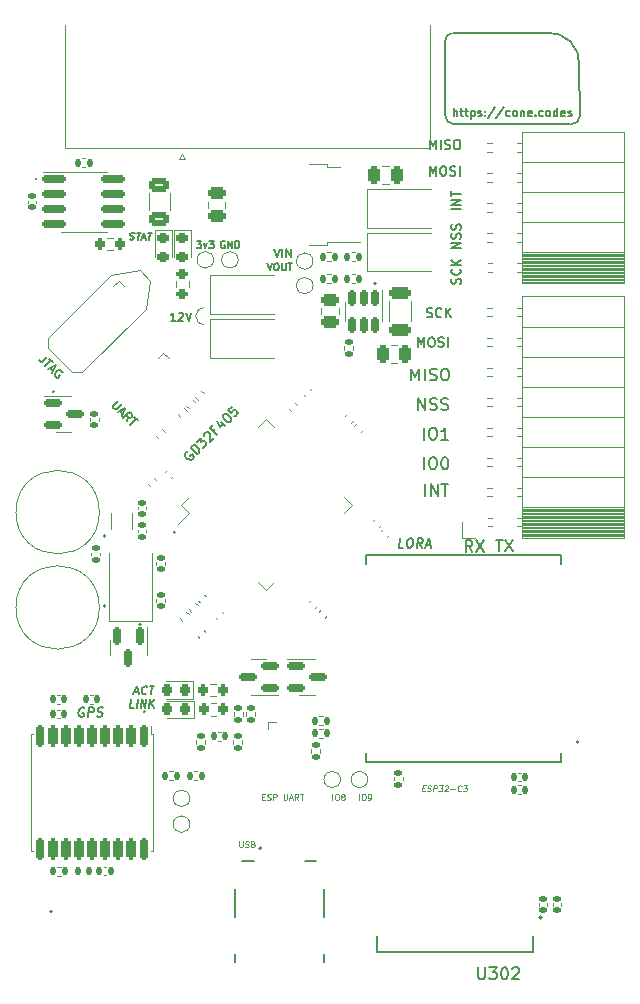
<source format=gbr>
%TF.GenerationSoftware,KiCad,Pcbnew,(6.0.9)*%
%TF.CreationDate,2023-01-07T15:13:03-07:00*%
%TF.ProjectId,gd32-devboard,67643332-2d64-4657-9662-6f6172642e6b,rev?*%
%TF.SameCoordinates,Original*%
%TF.FileFunction,Legend,Top*%
%TF.FilePolarity,Positive*%
%FSLAX46Y46*%
G04 Gerber Fmt 4.6, Leading zero omitted, Abs format (unit mm)*
G04 Created by KiCad (PCBNEW (6.0.9)) date 2023-01-07 15:13:03*
%MOMM*%
%LPD*%
G01*
G04 APERTURE LIST*
G04 Aperture macros list*
%AMRoundRect*
0 Rectangle with rounded corners*
0 $1 Rounding radius*
0 $2 $3 $4 $5 $6 $7 $8 $9 X,Y pos of 4 corners*
0 Add a 4 corners polygon primitive as box body*
4,1,4,$2,$3,$4,$5,$6,$7,$8,$9,$2,$3,0*
0 Add four circle primitives for the rounded corners*
1,1,$1+$1,$2,$3*
1,1,$1+$1,$4,$5*
1,1,$1+$1,$6,$7*
1,1,$1+$1,$8,$9*
0 Add four rect primitives between the rounded corners*
20,1,$1+$1,$2,$3,$4,$5,0*
20,1,$1+$1,$4,$5,$6,$7,0*
20,1,$1+$1,$6,$7,$8,$9,0*
20,1,$1+$1,$8,$9,$2,$3,0*%
%AMRotRect*
0 Rectangle, with rotation*
0 The origin of the aperture is its center*
0 $1 length*
0 $2 width*
0 $3 Rotation angle, in degrees counterclockwise*
0 Add horizontal line*
21,1,$1,$2,0,0,$3*%
G04 Aperture macros list end*
%ADD10C,0.150000*%
%ADD11C,0.125000*%
%ADD12C,0.127000*%
%ADD13C,0.200000*%
%ADD14C,0.120000*%
%ADD15C,0.010000*%
%ADD16C,0.001000*%
%ADD17R,0.800000X0.400000*%
%ADD18R,0.400000X0.800000*%
%ADD19R,1.450000X1.450000*%
%ADD20R,0.700000X0.700000*%
%ADD21RoundRect,0.140000X-0.170000X0.140000X-0.170000X-0.140000X0.170000X-0.140000X0.170000X0.140000X0*%
%ADD22RoundRect,0.140000X0.219203X0.021213X0.021213X0.219203X-0.219203X-0.021213X-0.021213X-0.219203X0*%
%ADD23RoundRect,0.135000X-0.035355X0.226274X-0.226274X0.035355X0.035355X-0.226274X0.226274X-0.035355X0*%
%ADD24RoundRect,0.140000X-0.140000X-0.170000X0.140000X-0.170000X0.140000X0.170000X-0.140000X0.170000X0*%
%ADD25R,1.800000X1.000000*%
%ADD26R,0.800000X2.000000*%
%ADD27RoundRect,0.250000X-0.250000X-0.475000X0.250000X-0.475000X0.250000X0.475000X-0.250000X0.475000X0*%
%ADD28RoundRect,0.140000X0.140000X0.170000X-0.140000X0.170000X-0.140000X-0.170000X0.140000X-0.170000X0*%
%ADD29C,0.990600*%
%ADD30C,0.787400*%
%ADD31R,2.000000X1.500000*%
%ADD32C,1.000000*%
%ADD33R,1.700000X1.700000*%
%ADD34O,1.700000X1.700000*%
%ADD35RoundRect,0.150000X-0.150000X0.512500X-0.150000X-0.512500X0.150000X-0.512500X0.150000X0.512500X0*%
%ADD36RoundRect,0.218750X-0.256250X0.218750X-0.256250X-0.218750X0.256250X-0.218750X0.256250X0.218750X0*%
%ADD37RoundRect,0.140000X0.021213X-0.219203X0.219203X-0.021213X-0.021213X0.219203X-0.219203X0.021213X0*%
%ADD38RoundRect,0.135000X-0.185000X0.135000X-0.185000X-0.135000X0.185000X-0.135000X0.185000X0.135000X0*%
%ADD39C,4.000000*%
%ADD40R,1.600000X1.600000*%
%ADD41C,1.600000*%
%ADD42RoundRect,0.135000X-0.135000X-0.185000X0.135000X-0.185000X0.135000X0.185000X-0.135000X0.185000X0*%
%ADD43R,2.500000X1.800000*%
%ADD44RoundRect,0.140000X-0.021213X0.219203X-0.219203X0.021213X0.021213X-0.219203X0.219203X-0.021213X0*%
%ADD45RoundRect,0.150000X0.587500X0.150000X-0.587500X0.150000X-0.587500X-0.150000X0.587500X-0.150000X0*%
%ADD46RoundRect,0.135000X-0.226274X-0.035355X-0.035355X-0.226274X0.226274X0.035355X0.035355X0.226274X0*%
%ADD47RoundRect,0.150000X-0.587500X-0.150000X0.587500X-0.150000X0.587500X0.150000X-0.587500X0.150000X0*%
%ADD48RoundRect,0.175000X-0.175000X0.725000X-0.175000X-0.725000X0.175000X-0.725000X0.175000X0.725000X0*%
%ADD49RoundRect,0.200000X-0.200000X0.700000X-0.200000X-0.700000X0.200000X-0.700000X0.200000X0.700000X0*%
%ADD50R,0.762000X0.254000*%
%ADD51R,0.254000X0.762000*%
%ADD52RoundRect,0.200000X0.275000X-0.200000X0.275000X0.200000X-0.275000X0.200000X-0.275000X-0.200000X0*%
%ADD53RoundRect,0.140000X0.170000X-0.140000X0.170000X0.140000X-0.170000X0.140000X-0.170000X-0.140000X0*%
%ADD54R,2.200000X1.200000*%
%ADD55R,6.400000X5.800000*%
%ADD56RoundRect,0.135000X0.135000X0.185000X-0.135000X0.185000X-0.135000X-0.185000X0.135000X-0.185000X0*%
%ADD57RoundRect,0.075000X-0.441942X-0.548008X0.548008X0.441942X0.441942X0.548008X-0.548008X-0.441942X0*%
%ADD58RoundRect,0.075000X0.441942X-0.548008X0.548008X-0.441942X-0.441942X0.548008X-0.548008X0.441942X0*%
%ADD59RoundRect,0.135000X0.185000X-0.135000X0.185000X0.135000X-0.185000X0.135000X-0.185000X-0.135000X0*%
%ADD60R,2.400000X2.000000*%
%ADD61RotRect,0.600000X0.550000X135.000000*%
%ADD62RotRect,0.500000X0.500000X135.000000*%
%ADD63RoundRect,0.250000X0.475000X-0.250000X0.475000X0.250000X-0.475000X0.250000X-0.475000X-0.250000X0*%
%ADD64C,0.900000*%
%ADD65R,0.500000X2.300000*%
%ADD66R,2.000000X2.500000*%
%ADD67RoundRect,0.250000X0.700000X-0.275000X0.700000X0.275000X-0.700000X0.275000X-0.700000X-0.275000X0*%
%ADD68RoundRect,0.147500X0.226274X0.017678X0.017678X0.226274X-0.226274X-0.017678X-0.017678X-0.226274X0*%
%ADD69RoundRect,0.147500X0.147500X0.172500X-0.147500X0.172500X-0.147500X-0.172500X0.147500X-0.172500X0*%
%ADD70RoundRect,0.218750X0.218750X0.256250X-0.218750X0.256250X-0.218750X-0.256250X0.218750X-0.256250X0*%
%ADD71RoundRect,0.150000X-0.150000X0.587500X-0.150000X-0.587500X0.150000X-0.587500X0.150000X0.587500X0*%
%ADD72RoundRect,0.150000X-0.825000X-0.150000X0.825000X-0.150000X0.825000X0.150000X-0.825000X0.150000X0*%
%ADD73RoundRect,0.250000X-0.625000X0.312500X-0.625000X-0.312500X0.625000X-0.312500X0.625000X0.312500X0*%
%ADD74RoundRect,0.200000X0.200000X0.275000X-0.200000X0.275000X-0.200000X-0.275000X0.200000X-0.275000X0*%
G04 APERTURE END LIST*
D10*
X27020711Y-72370710D02*
G75*
G03*
X27020711Y-72370710I-70711J0D01*
G01*
X27020711Y-78300000D02*
G75*
G03*
X27020711Y-78300000I-70711J0D01*
G01*
X67150000Y-32500000D02*
G75*
G03*
X64400000Y-29750000I-2592100J157900D01*
G01*
X67070711Y-89800000D02*
G75*
G03*
X67070711Y-89800000I-70711J0D01*
G01*
X56530330Y-37500000D02*
X66360000Y-37520000D01*
X56500000Y-29750000D02*
G75*
G03*
X55750000Y-30500000I0J-750000D01*
G01*
X49920711Y-51000000D02*
G75*
G03*
X49920711Y-51000000I-70711J0D01*
G01*
X67150000Y-32500000D02*
X67210000Y-36770000D01*
X56500000Y-29750000D02*
X64500000Y-29750000D01*
X30020711Y-79850000D02*
G75*
G03*
X30020711Y-79850000I-70711J0D01*
G01*
X55780300Y-36750000D02*
G75*
G03*
X56530330Y-37500000I750000J0D01*
G01*
X55780330Y-36750000D02*
X55750000Y-30500000D01*
X66460000Y-37520000D02*
G75*
G03*
X67210000Y-36770000I0J750000D01*
G01*
X30370711Y-87250000D02*
G75*
G03*
X30370711Y-87250000I-70711J0D01*
G01*
X21220711Y-42150000D02*
G75*
G03*
X21220711Y-42150000I-70711J0D01*
G01*
X32920711Y-72050000D02*
G75*
G03*
X32920711Y-72050000I-70711J0D01*
G01*
X22670711Y-60150000D02*
G75*
G03*
X22670711Y-60150000I-70711J0D01*
G01*
X54221428Y-53823809D02*
X54335714Y-53861904D01*
X54526190Y-53861904D01*
X54602380Y-53823809D01*
X54640476Y-53785714D01*
X54678571Y-53709523D01*
X54678571Y-53633333D01*
X54640476Y-53557142D01*
X54602380Y-53519047D01*
X54526190Y-53480952D01*
X54373809Y-53442857D01*
X54297619Y-53404761D01*
X54259523Y-53366666D01*
X54221428Y-53290476D01*
X54221428Y-53214285D01*
X54259523Y-53138095D01*
X54297619Y-53100000D01*
X54373809Y-53061904D01*
X54564285Y-53061904D01*
X54678571Y-53100000D01*
X55478571Y-53785714D02*
X55440476Y-53823809D01*
X55326190Y-53861904D01*
X55250000Y-53861904D01*
X55135714Y-53823809D01*
X55059523Y-53747619D01*
X55021428Y-53671428D01*
X54983333Y-53519047D01*
X54983333Y-53404761D01*
X55021428Y-53252380D01*
X55059523Y-53176190D01*
X55135714Y-53100000D01*
X55250000Y-53061904D01*
X55326190Y-53061904D01*
X55440476Y-53100000D01*
X55478571Y-53138095D01*
X55821428Y-53861904D02*
X55821428Y-53061904D01*
X56278571Y-53861904D02*
X55935714Y-53404761D01*
X56278571Y-53061904D02*
X55821428Y-53519047D01*
X29437062Y-86896666D02*
X29103729Y-86896666D01*
X29191229Y-86196666D01*
X29670395Y-86896666D02*
X29757895Y-86196666D01*
X30003729Y-86896666D02*
X30091229Y-86196666D01*
X30403729Y-86896666D01*
X30491229Y-86196666D01*
X30737062Y-86896666D02*
X30824562Y-86196666D01*
X31137062Y-86896666D02*
X30887062Y-86496666D01*
X31224562Y-86196666D02*
X30774562Y-86596666D01*
X25248071Y-86920000D02*
X25176642Y-86881904D01*
X25062357Y-86881904D01*
X24943309Y-86920000D01*
X24857595Y-86996190D01*
X24809976Y-87072380D01*
X24752833Y-87224761D01*
X24738547Y-87339047D01*
X24757595Y-87491428D01*
X24786166Y-87567619D01*
X24852833Y-87643809D01*
X24962357Y-87681904D01*
X25038547Y-87681904D01*
X25157595Y-87643809D01*
X25200452Y-87605714D01*
X25233785Y-87339047D01*
X25081404Y-87339047D01*
X25533785Y-87681904D02*
X25633785Y-86881904D01*
X25938547Y-86881904D01*
X26009976Y-86920000D01*
X26043309Y-86958095D01*
X26071880Y-87034285D01*
X26057595Y-87148571D01*
X26009976Y-87224761D01*
X25967119Y-87262857D01*
X25886166Y-87300952D01*
X25581404Y-87300952D01*
X26300452Y-87643809D02*
X26409976Y-87681904D01*
X26600452Y-87681904D01*
X26681404Y-87643809D01*
X26724261Y-87605714D01*
X26771880Y-87529523D01*
X26781404Y-87453333D01*
X26752833Y-87377142D01*
X26719500Y-87339047D01*
X26648071Y-87300952D01*
X26500452Y-87262857D01*
X26429023Y-87224761D01*
X26395690Y-87186666D01*
X26367119Y-87110476D01*
X26376642Y-87034285D01*
X26424261Y-86958095D01*
X26467119Y-86920000D01*
X26548071Y-86881904D01*
X26738547Y-86881904D01*
X26848071Y-86920000D01*
X58103333Y-73722380D02*
X57770000Y-73246190D01*
X57531904Y-73722380D02*
X57531904Y-72722380D01*
X57912857Y-72722380D01*
X58008095Y-72770000D01*
X58055714Y-72817619D01*
X58103333Y-72912857D01*
X58103333Y-73055714D01*
X58055714Y-73150952D01*
X58008095Y-73198571D01*
X57912857Y-73246190D01*
X57531904Y-73246190D01*
X58436666Y-72722380D02*
X59103333Y-73722380D01*
X59103333Y-72722380D02*
X58436666Y-73722380D01*
X57073809Y-51028571D02*
X57111904Y-50914285D01*
X57111904Y-50723809D01*
X57073809Y-50647619D01*
X57035714Y-50609523D01*
X56959523Y-50571428D01*
X56883333Y-50571428D01*
X56807142Y-50609523D01*
X56769047Y-50647619D01*
X56730952Y-50723809D01*
X56692857Y-50876190D01*
X56654761Y-50952380D01*
X56616666Y-50990476D01*
X56540476Y-51028571D01*
X56464285Y-51028571D01*
X56388095Y-50990476D01*
X56350000Y-50952380D01*
X56311904Y-50876190D01*
X56311904Y-50685714D01*
X56350000Y-50571428D01*
X57035714Y-49771428D02*
X57073809Y-49809523D01*
X57111904Y-49923809D01*
X57111904Y-50000000D01*
X57073809Y-50114285D01*
X56997619Y-50190476D01*
X56921428Y-50228571D01*
X56769047Y-50266666D01*
X56654761Y-50266666D01*
X56502380Y-50228571D01*
X56426190Y-50190476D01*
X56350000Y-50114285D01*
X56311904Y-50000000D01*
X56311904Y-49923809D01*
X56350000Y-49809523D01*
X56388095Y-49771428D01*
X57111904Y-49428571D02*
X56311904Y-49428571D01*
X57111904Y-48971428D02*
X56654761Y-49314285D01*
X56311904Y-48971428D02*
X56769047Y-49428571D01*
X53511904Y-61702380D02*
X53511904Y-60702380D01*
X54083333Y-61702380D01*
X54083333Y-60702380D01*
X54511904Y-61654761D02*
X54654761Y-61702380D01*
X54892857Y-61702380D01*
X54988095Y-61654761D01*
X55035714Y-61607142D01*
X55083333Y-61511904D01*
X55083333Y-61416666D01*
X55035714Y-61321428D01*
X54988095Y-61273809D01*
X54892857Y-61226190D01*
X54702380Y-61178571D01*
X54607142Y-61130952D01*
X54559523Y-61083333D01*
X54511904Y-60988095D01*
X54511904Y-60892857D01*
X54559523Y-60797619D01*
X54607142Y-60750000D01*
X54702380Y-60702380D01*
X54940476Y-60702380D01*
X55083333Y-60750000D01*
X55464285Y-61654761D02*
X55607142Y-61702380D01*
X55845238Y-61702380D01*
X55940476Y-61654761D01*
X55988095Y-61607142D01*
X56035714Y-61511904D01*
X56035714Y-61416666D01*
X55988095Y-61321428D01*
X55940476Y-61273809D01*
X55845238Y-61226190D01*
X55654761Y-61178571D01*
X55559523Y-61130952D01*
X55511904Y-61083333D01*
X55464285Y-60988095D01*
X55464285Y-60892857D01*
X55511904Y-60797619D01*
X55559523Y-60750000D01*
X55654761Y-60702380D01*
X55892857Y-60702380D01*
X56035714Y-60750000D01*
D11*
X53866354Y-93714285D02*
X54033020Y-93714285D01*
X54071711Y-93976190D02*
X53833616Y-93976190D01*
X53896116Y-93476190D01*
X54134211Y-93476190D01*
X54265163Y-93952380D02*
X54333616Y-93976190D01*
X54452663Y-93976190D01*
X54503258Y-93952380D01*
X54530044Y-93928571D01*
X54559806Y-93880952D01*
X54565758Y-93833333D01*
X54547901Y-93785714D01*
X54527068Y-93761904D01*
X54482425Y-93738095D01*
X54390163Y-93714285D01*
X54345520Y-93690476D01*
X54324687Y-93666666D01*
X54306830Y-93619047D01*
X54312782Y-93571428D01*
X54342544Y-93523809D01*
X54369330Y-93500000D01*
X54419925Y-93476190D01*
X54538973Y-93476190D01*
X54607425Y-93500000D01*
X54762187Y-93976190D02*
X54824687Y-93476190D01*
X55015163Y-93476190D01*
X55059806Y-93500000D01*
X55080639Y-93523809D01*
X55098497Y-93571428D01*
X55089568Y-93642857D01*
X55059806Y-93690476D01*
X55033020Y-93714285D01*
X54982425Y-93738095D01*
X54791949Y-93738095D01*
X55277068Y-93476190D02*
X55586592Y-93476190D01*
X55396116Y-93666666D01*
X55467544Y-93666666D01*
X55512187Y-93690476D01*
X55533020Y-93714285D01*
X55550877Y-93761904D01*
X55535997Y-93880952D01*
X55506235Y-93928571D01*
X55479449Y-93952380D01*
X55428854Y-93976190D01*
X55285997Y-93976190D01*
X55241354Y-93952380D01*
X55220520Y-93928571D01*
X55771116Y-93523809D02*
X55797901Y-93500000D01*
X55848497Y-93476190D01*
X55967544Y-93476190D01*
X56012187Y-93500000D01*
X56033020Y-93523809D01*
X56050877Y-93571428D01*
X56044925Y-93619047D01*
X56012187Y-93690476D01*
X55690758Y-93976190D01*
X56000282Y-93976190D01*
X56238377Y-93785714D02*
X56619330Y-93785714D01*
X57125282Y-93928571D02*
X57098497Y-93952380D01*
X57024092Y-93976190D01*
X56976473Y-93976190D01*
X56908020Y-93952380D01*
X56866354Y-93904761D01*
X56848497Y-93857142D01*
X56836592Y-93761904D01*
X56845520Y-93690476D01*
X56881235Y-93595238D01*
X56910997Y-93547619D01*
X56964568Y-93500000D01*
X57038973Y-93476190D01*
X57086592Y-93476190D01*
X57155044Y-93500000D01*
X57175877Y-93523809D01*
X57348497Y-93476190D02*
X57658020Y-93476190D01*
X57467544Y-93666666D01*
X57538973Y-93666666D01*
X57583616Y-93690476D01*
X57604449Y-93714285D01*
X57622306Y-93761904D01*
X57607425Y-93880952D01*
X57577663Y-93928571D01*
X57550877Y-93952380D01*
X57500282Y-93976190D01*
X57357425Y-93976190D01*
X57312782Y-93952380D01*
X57291949Y-93928571D01*
D10*
X52928571Y-59202380D02*
X52928571Y-58202380D01*
X53261904Y-58916666D01*
X53595238Y-58202380D01*
X53595238Y-59202380D01*
X54071428Y-59202380D02*
X54071428Y-58202380D01*
X54500000Y-59154761D02*
X54642857Y-59202380D01*
X54880952Y-59202380D01*
X54976190Y-59154761D01*
X55023809Y-59107142D01*
X55071428Y-59011904D01*
X55071428Y-58916666D01*
X55023809Y-58821428D01*
X54976190Y-58773809D01*
X54880952Y-58726190D01*
X54690476Y-58678571D01*
X54595238Y-58630952D01*
X54547619Y-58583333D01*
X54500000Y-58488095D01*
X54500000Y-58392857D01*
X54547619Y-58297619D01*
X54595238Y-58250000D01*
X54690476Y-58202380D01*
X54928571Y-58202380D01*
X55071428Y-58250000D01*
X55690476Y-58202380D02*
X55880952Y-58202380D01*
X55976190Y-58250000D01*
X56071428Y-58345238D01*
X56119047Y-58535714D01*
X56119047Y-58869047D01*
X56071428Y-59059523D01*
X55976190Y-59154761D01*
X55880952Y-59202380D01*
X55690476Y-59202380D01*
X55595238Y-59154761D01*
X55500000Y-59059523D01*
X55452380Y-58869047D01*
X55452380Y-58535714D01*
X55500000Y-58345238D01*
X55595238Y-58250000D01*
X55690476Y-58202380D01*
X54492857Y-39611904D02*
X54492857Y-38811904D01*
X54759523Y-39383333D01*
X55026190Y-38811904D01*
X55026190Y-39611904D01*
X55407142Y-39611904D02*
X55407142Y-38811904D01*
X55750000Y-39573809D02*
X55864285Y-39611904D01*
X56054761Y-39611904D01*
X56130952Y-39573809D01*
X56169047Y-39535714D01*
X56207142Y-39459523D01*
X56207142Y-39383333D01*
X56169047Y-39307142D01*
X56130952Y-39269047D01*
X56054761Y-39230952D01*
X55902380Y-39192857D01*
X55826190Y-39154761D01*
X55788095Y-39116666D01*
X55750000Y-39040476D01*
X55750000Y-38964285D01*
X55788095Y-38888095D01*
X55826190Y-38850000D01*
X55902380Y-38811904D01*
X56092857Y-38811904D01*
X56207142Y-38850000D01*
X56702380Y-38811904D02*
X56854761Y-38811904D01*
X56930952Y-38850000D01*
X57007142Y-38926190D01*
X57045238Y-39078571D01*
X57045238Y-39345238D01*
X57007142Y-39497619D01*
X56930952Y-39573809D01*
X56854761Y-39611904D01*
X56702380Y-39611904D01*
X56626190Y-39573809D01*
X56550000Y-39497619D01*
X56511904Y-39345238D01*
X56511904Y-39078571D01*
X56550000Y-38926190D01*
X56626190Y-38850000D01*
X56702380Y-38811904D01*
X29081053Y-47262857D02*
X29163196Y-47291428D01*
X29306053Y-47291428D01*
X29366767Y-47262857D01*
X29398910Y-47234285D01*
X29434625Y-47177142D01*
X29441767Y-47120000D01*
X29420339Y-47062857D01*
X29395339Y-47034285D01*
X29341767Y-47005714D01*
X29231053Y-46977142D01*
X29177482Y-46948571D01*
X29152482Y-46920000D01*
X29131053Y-46862857D01*
X29138196Y-46805714D01*
X29173910Y-46748571D01*
X29206053Y-46720000D01*
X29266767Y-46691428D01*
X29409625Y-46691428D01*
X29491767Y-46720000D01*
X29666767Y-46691428D02*
X30009625Y-46691428D01*
X29763196Y-47291428D02*
X29838196Y-46691428D01*
X30127482Y-47120000D02*
X30413196Y-47120000D01*
X30048910Y-47291428D02*
X30323910Y-46691428D01*
X30448910Y-47291428D01*
X30638196Y-46691428D02*
X30981053Y-46691428D01*
X30734625Y-47291428D02*
X30809625Y-46691428D01*
X33993163Y-65191150D02*
X33912351Y-65218088D01*
X33831539Y-65298900D01*
X33777664Y-65406650D01*
X33777664Y-65514399D01*
X33804601Y-65595211D01*
X33885414Y-65729898D01*
X33966226Y-65810711D01*
X34100913Y-65891523D01*
X34181725Y-65918460D01*
X34289475Y-65918460D01*
X34397224Y-65864585D01*
X34451099Y-65810711D01*
X34504974Y-65702961D01*
X34504974Y-65649086D01*
X34316412Y-65460524D01*
X34208662Y-65568274D01*
X34801285Y-65460524D02*
X34235600Y-64894839D01*
X34370287Y-64760152D01*
X34478036Y-64706277D01*
X34585786Y-64706277D01*
X34666598Y-64733215D01*
X34801285Y-64814027D01*
X34882097Y-64894839D01*
X34962910Y-65029526D01*
X34989847Y-65110338D01*
X34989847Y-65218088D01*
X34935972Y-65325837D01*
X34801285Y-65460524D01*
X34747410Y-64383028D02*
X35097597Y-64032842D01*
X35124534Y-64436903D01*
X35205346Y-64356091D01*
X35286158Y-64329154D01*
X35340033Y-64329154D01*
X35420845Y-64356091D01*
X35555532Y-64490778D01*
X35582470Y-64571590D01*
X35582470Y-64625465D01*
X35555532Y-64706277D01*
X35393908Y-64867902D01*
X35313096Y-64894839D01*
X35259221Y-64894839D01*
X35366971Y-63871218D02*
X35366971Y-63817343D01*
X35393908Y-63736531D01*
X35528595Y-63601844D01*
X35609407Y-63574906D01*
X35663282Y-63574906D01*
X35744094Y-63601844D01*
X35797969Y-63655719D01*
X35851844Y-63763468D01*
X35851844Y-64409966D01*
X36202030Y-64059780D01*
X36336717Y-63332470D02*
X36148155Y-63521032D01*
X36444467Y-63817343D02*
X35878781Y-63251658D01*
X36148155Y-62982284D01*
X36794653Y-62712910D02*
X37171776Y-63090033D01*
X36444467Y-62632097D02*
X36713841Y-63170845D01*
X37064027Y-62820659D01*
X37010152Y-62120287D02*
X37064027Y-62066412D01*
X37144839Y-62039475D01*
X37198714Y-62039475D01*
X37279526Y-62066412D01*
X37414213Y-62147224D01*
X37548900Y-62281911D01*
X37629712Y-62416598D01*
X37656650Y-62497410D01*
X37656650Y-62551285D01*
X37629712Y-62632097D01*
X37575837Y-62685972D01*
X37495025Y-62712910D01*
X37441150Y-62712910D01*
X37360338Y-62685972D01*
X37225651Y-62605160D01*
X37090964Y-62470473D01*
X37010152Y-62335786D01*
X36983215Y-62254974D01*
X36983215Y-62201099D01*
X37010152Y-62120287D01*
X37710524Y-61419914D02*
X37441150Y-61689288D01*
X37683587Y-61985600D01*
X37683587Y-61931725D01*
X37710524Y-61850913D01*
X37845211Y-61716226D01*
X37926024Y-61689288D01*
X37979898Y-61689288D01*
X38060711Y-61716226D01*
X38195398Y-61850913D01*
X38222335Y-61931725D01*
X38222335Y-61985600D01*
X38195398Y-62066412D01*
X38060711Y-62201099D01*
X37979898Y-62228036D01*
X37926024Y-62228036D01*
D11*
X46250000Y-94726190D02*
X46250000Y-94226190D01*
X46583333Y-94226190D02*
X46678571Y-94226190D01*
X46726190Y-94250000D01*
X46773809Y-94297619D01*
X46797619Y-94392857D01*
X46797619Y-94559523D01*
X46773809Y-94654761D01*
X46726190Y-94702380D01*
X46678571Y-94726190D01*
X46583333Y-94726190D01*
X46535714Y-94702380D01*
X46488095Y-94654761D01*
X46464285Y-94559523D01*
X46464285Y-94392857D01*
X46488095Y-94297619D01*
X46535714Y-94250000D01*
X46583333Y-94226190D01*
X47083333Y-94440476D02*
X47035714Y-94416666D01*
X47011904Y-94392857D01*
X46988095Y-94345238D01*
X46988095Y-94321428D01*
X47011904Y-94273809D01*
X47035714Y-94250000D01*
X47083333Y-94226190D01*
X47178571Y-94226190D01*
X47226190Y-94250000D01*
X47250000Y-94273809D01*
X47273809Y-94321428D01*
X47273809Y-94345238D01*
X47250000Y-94392857D01*
X47226190Y-94416666D01*
X47178571Y-94440476D01*
X47083333Y-94440476D01*
X47035714Y-94464285D01*
X47011904Y-94488095D01*
X46988095Y-94535714D01*
X46988095Y-94630952D01*
X47011904Y-94678571D01*
X47035714Y-94702380D01*
X47083333Y-94726190D01*
X47178571Y-94726190D01*
X47226190Y-94702380D01*
X47250000Y-94678571D01*
X47273809Y-94630952D01*
X47273809Y-94535714D01*
X47250000Y-94488095D01*
X47226190Y-94464285D01*
X47178571Y-94440476D01*
X40297619Y-94464285D02*
X40464285Y-94464285D01*
X40535714Y-94726190D02*
X40297619Y-94726190D01*
X40297619Y-94226190D01*
X40535714Y-94226190D01*
X40726190Y-94702380D02*
X40797619Y-94726190D01*
X40916666Y-94726190D01*
X40964285Y-94702380D01*
X40988095Y-94678571D01*
X41011904Y-94630952D01*
X41011904Y-94583333D01*
X40988095Y-94535714D01*
X40964285Y-94511904D01*
X40916666Y-94488095D01*
X40821428Y-94464285D01*
X40773809Y-94440476D01*
X40750000Y-94416666D01*
X40726190Y-94369047D01*
X40726190Y-94321428D01*
X40750000Y-94273809D01*
X40773809Y-94250000D01*
X40821428Y-94226190D01*
X40940476Y-94226190D01*
X41011904Y-94250000D01*
X41226190Y-94726190D02*
X41226190Y-94226190D01*
X41416666Y-94226190D01*
X41464285Y-94250000D01*
X41488095Y-94273809D01*
X41511904Y-94321428D01*
X41511904Y-94392857D01*
X41488095Y-94440476D01*
X41464285Y-94464285D01*
X41416666Y-94488095D01*
X41226190Y-94488095D01*
X42107142Y-94226190D02*
X42107142Y-94630952D01*
X42130952Y-94678571D01*
X42154761Y-94702380D01*
X42202380Y-94726190D01*
X42297619Y-94726190D01*
X42345238Y-94702380D01*
X42369047Y-94678571D01*
X42392857Y-94630952D01*
X42392857Y-94226190D01*
X42607142Y-94583333D02*
X42845238Y-94583333D01*
X42559523Y-94726190D02*
X42726190Y-94226190D01*
X42892857Y-94726190D01*
X43345238Y-94726190D02*
X43178571Y-94488095D01*
X43059523Y-94726190D02*
X43059523Y-94226190D01*
X43250000Y-94226190D01*
X43297619Y-94250000D01*
X43321428Y-94273809D01*
X43345238Y-94321428D01*
X43345238Y-94392857D01*
X43321428Y-94440476D01*
X43297619Y-94464285D01*
X43250000Y-94488095D01*
X43059523Y-94488095D01*
X43488095Y-94226190D02*
X43773809Y-94226190D01*
X43630952Y-94726190D02*
X43630952Y-94226190D01*
D10*
X52259976Y-73361904D02*
X51879023Y-73361904D01*
X51979023Y-72561904D01*
X52779023Y-72561904D02*
X52931404Y-72561904D01*
X53002833Y-72600000D01*
X53069500Y-72676190D01*
X53088547Y-72828571D01*
X53055214Y-73095238D01*
X52998071Y-73247619D01*
X52912357Y-73323809D01*
X52831404Y-73361904D01*
X52679023Y-73361904D01*
X52607595Y-73323809D01*
X52540928Y-73247619D01*
X52521880Y-73095238D01*
X52555214Y-72828571D01*
X52612357Y-72676190D01*
X52698071Y-72600000D01*
X52779023Y-72561904D01*
X53821880Y-73361904D02*
X53602833Y-72980952D01*
X53364738Y-73361904D02*
X53464738Y-72561904D01*
X53769500Y-72561904D01*
X53840928Y-72600000D01*
X53874261Y-72638095D01*
X53902833Y-72714285D01*
X53888547Y-72828571D01*
X53840928Y-72904761D01*
X53798071Y-72942857D01*
X53717119Y-72980952D01*
X53412357Y-72980952D01*
X54155214Y-73133333D02*
X54536166Y-73133333D01*
X54050452Y-73361904D02*
X54417119Y-72561904D01*
X54583785Y-73361904D01*
X22118587Y-57201471D02*
X21765033Y-57555025D01*
X21670752Y-57602165D01*
X21576471Y-57602165D01*
X21482190Y-57555025D01*
X21435050Y-57507884D01*
X22283578Y-57366463D02*
X22566421Y-57649306D01*
X21930025Y-58002859D02*
X22425000Y-57507884D01*
X22354289Y-58144280D02*
X22589991Y-58379983D01*
X22165727Y-58238561D02*
X22825693Y-57908578D01*
X22495710Y-58568544D01*
X23391379Y-58521404D02*
X23367809Y-58450693D01*
X23297098Y-58379983D01*
X23202817Y-58332842D01*
X23108536Y-58332842D01*
X23037825Y-58356412D01*
X22919974Y-58427123D01*
X22849264Y-58497834D01*
X22778553Y-58615685D01*
X22754983Y-58686396D01*
X22754983Y-58780677D01*
X22802123Y-58874957D01*
X22849264Y-58922098D01*
X22943544Y-58969238D01*
X22990685Y-58969238D01*
X23155677Y-58804247D01*
X23061396Y-58709966D01*
X53492857Y-56361904D02*
X53492857Y-55561904D01*
X53759523Y-56133333D01*
X54026190Y-55561904D01*
X54026190Y-56361904D01*
X54559523Y-55561904D02*
X54711904Y-55561904D01*
X54788095Y-55600000D01*
X54864285Y-55676190D01*
X54902380Y-55828571D01*
X54902380Y-56095238D01*
X54864285Y-56247619D01*
X54788095Y-56323809D01*
X54711904Y-56361904D01*
X54559523Y-56361904D01*
X54483333Y-56323809D01*
X54407142Y-56247619D01*
X54369047Y-56095238D01*
X54369047Y-55828571D01*
X54407142Y-55676190D01*
X54483333Y-55600000D01*
X54559523Y-55561904D01*
X55207142Y-56323809D02*
X55321428Y-56361904D01*
X55511904Y-56361904D01*
X55588095Y-56323809D01*
X55626190Y-56285714D01*
X55664285Y-56209523D01*
X55664285Y-56133333D01*
X55626190Y-56057142D01*
X55588095Y-56019047D01*
X55511904Y-55980952D01*
X55359523Y-55942857D01*
X55283333Y-55904761D01*
X55245238Y-55866666D01*
X55207142Y-55790476D01*
X55207142Y-55714285D01*
X55245238Y-55638095D01*
X55283333Y-55600000D01*
X55359523Y-55561904D01*
X55550000Y-55561904D01*
X55664285Y-55600000D01*
X56007142Y-56361904D02*
X56007142Y-55561904D01*
X54000000Y-66702380D02*
X54000000Y-65702380D01*
X54666666Y-65702380D02*
X54857142Y-65702380D01*
X54952380Y-65750000D01*
X55047619Y-65845238D01*
X55095238Y-66035714D01*
X55095238Y-66369047D01*
X55047619Y-66559523D01*
X54952380Y-66654761D01*
X54857142Y-66702380D01*
X54666666Y-66702380D01*
X54571428Y-66654761D01*
X54476190Y-66559523D01*
X54428571Y-66369047D01*
X54428571Y-66035714D01*
X54476190Y-65845238D01*
X54571428Y-65750000D01*
X54666666Y-65702380D01*
X55714285Y-65702380D02*
X55809523Y-65702380D01*
X55904761Y-65750000D01*
X55952380Y-65797619D01*
X56000000Y-65892857D01*
X56047619Y-66083333D01*
X56047619Y-66321428D01*
X56000000Y-66511904D01*
X55952380Y-66607142D01*
X55904761Y-66654761D01*
X55809523Y-66702380D01*
X55714285Y-66702380D01*
X55619047Y-66654761D01*
X55571428Y-66607142D01*
X55523809Y-66511904D01*
X55476190Y-66321428D01*
X55476190Y-66083333D01*
X55523809Y-65892857D01*
X55571428Y-65797619D01*
X55619047Y-65750000D01*
X55714285Y-65702380D01*
X54492857Y-41861904D02*
X54492857Y-41061904D01*
X54759523Y-41633333D01*
X55026190Y-41061904D01*
X55026190Y-41861904D01*
X55559523Y-41061904D02*
X55711904Y-41061904D01*
X55788095Y-41100000D01*
X55864285Y-41176190D01*
X55902380Y-41328571D01*
X55902380Y-41595238D01*
X55864285Y-41747619D01*
X55788095Y-41823809D01*
X55711904Y-41861904D01*
X55559523Y-41861904D01*
X55483333Y-41823809D01*
X55407142Y-41747619D01*
X55369047Y-41595238D01*
X55369047Y-41328571D01*
X55407142Y-41176190D01*
X55483333Y-41100000D01*
X55559523Y-41061904D01*
X56207142Y-41823809D02*
X56321428Y-41861904D01*
X56511904Y-41861904D01*
X56588095Y-41823809D01*
X56626190Y-41785714D01*
X56664285Y-41709523D01*
X56664285Y-41633333D01*
X56626190Y-41557142D01*
X56588095Y-41519047D01*
X56511904Y-41480952D01*
X56359523Y-41442857D01*
X56283333Y-41404761D01*
X56245238Y-41366666D01*
X56207142Y-41290476D01*
X56207142Y-41214285D01*
X56245238Y-41138095D01*
X56283333Y-41100000D01*
X56359523Y-41061904D01*
X56550000Y-41061904D01*
X56664285Y-41100000D01*
X57007142Y-41861904D02*
X57007142Y-41061904D01*
X54095238Y-68952380D02*
X54095238Y-67952380D01*
X54571428Y-68952380D02*
X54571428Y-67952380D01*
X55142857Y-68952380D01*
X55142857Y-67952380D01*
X55476190Y-67952380D02*
X56047619Y-67952380D01*
X55761904Y-68952380D02*
X55761904Y-67952380D01*
X54000000Y-64202380D02*
X54000000Y-63202380D01*
X54666666Y-63202380D02*
X54857142Y-63202380D01*
X54952380Y-63250000D01*
X55047619Y-63345238D01*
X55095238Y-63535714D01*
X55095238Y-63869047D01*
X55047619Y-64059523D01*
X54952380Y-64154761D01*
X54857142Y-64202380D01*
X54666666Y-64202380D01*
X54571428Y-64154761D01*
X54476190Y-64059523D01*
X54428571Y-63869047D01*
X54428571Y-63535714D01*
X54476190Y-63345238D01*
X54571428Y-63250000D01*
X54666666Y-63202380D01*
X56047619Y-64202380D02*
X55476190Y-64202380D01*
X55761904Y-64202380D02*
X55761904Y-63202380D01*
X55666666Y-63345238D01*
X55571428Y-63440476D01*
X55476190Y-63488095D01*
X28106455Y-60939339D02*
X27705761Y-61340033D01*
X27682190Y-61410744D01*
X27682190Y-61457884D01*
X27705761Y-61528595D01*
X27800042Y-61622876D01*
X27870752Y-61646446D01*
X27917893Y-61646446D01*
X27988603Y-61622876D01*
X28389297Y-61222182D01*
X28247876Y-61787867D02*
X28483578Y-62023570D01*
X28059314Y-61882148D02*
X28719280Y-61552165D01*
X28389297Y-62212132D01*
X28837132Y-62659966D02*
X28907842Y-62259272D01*
X28554289Y-62377123D02*
X29049264Y-61882148D01*
X29237825Y-62070710D01*
X29261396Y-62141421D01*
X29261396Y-62188561D01*
X29237825Y-62259272D01*
X29167115Y-62329983D01*
X29096404Y-62353553D01*
X29049264Y-62353553D01*
X28978553Y-62329983D01*
X28789991Y-62141421D01*
X29473528Y-62306412D02*
X29756370Y-62589255D01*
X29119974Y-62942809D02*
X29614949Y-62447834D01*
X32966666Y-54146666D02*
X32566666Y-54146666D01*
X32766666Y-54146666D02*
X32766666Y-53446666D01*
X32700000Y-53546666D01*
X32633333Y-53613333D01*
X32566666Y-53646666D01*
X33233333Y-53513333D02*
X33266666Y-53480000D01*
X33333333Y-53446666D01*
X33500000Y-53446666D01*
X33566666Y-53480000D01*
X33600000Y-53513333D01*
X33633333Y-53580000D01*
X33633333Y-53646666D01*
X33600000Y-53746666D01*
X33200000Y-54146666D01*
X33633333Y-54146666D01*
X33833333Y-53446666D02*
X34066666Y-54146666D01*
X34300000Y-53446666D01*
X57111904Y-44723809D02*
X56311904Y-44723809D01*
X57111904Y-44342857D02*
X56311904Y-44342857D01*
X57111904Y-43885714D01*
X56311904Y-43885714D01*
X56311904Y-43619047D02*
X56311904Y-43161904D01*
X57111904Y-43390476D02*
X56311904Y-43390476D01*
X34775714Y-47391428D02*
X35147142Y-47391428D01*
X34947142Y-47620000D01*
X35032857Y-47620000D01*
X35090000Y-47648571D01*
X35118571Y-47677142D01*
X35147142Y-47734285D01*
X35147142Y-47877142D01*
X35118571Y-47934285D01*
X35090000Y-47962857D01*
X35032857Y-47991428D01*
X34861428Y-47991428D01*
X34804285Y-47962857D01*
X34775714Y-47934285D01*
X35347142Y-47591428D02*
X35490000Y-47991428D01*
X35632857Y-47591428D01*
X35804285Y-47391428D02*
X36175714Y-47391428D01*
X35975714Y-47620000D01*
X36061428Y-47620000D01*
X36118571Y-47648571D01*
X36147142Y-47677142D01*
X36175714Y-47734285D01*
X36175714Y-47877142D01*
X36147142Y-47934285D01*
X36118571Y-47962857D01*
X36061428Y-47991428D01*
X35890000Y-47991428D01*
X35832857Y-47962857D01*
X35804285Y-47934285D01*
X57111904Y-47990476D02*
X56311904Y-47990476D01*
X57111904Y-47533333D01*
X56311904Y-47533333D01*
X57073809Y-47190476D02*
X57111904Y-47076190D01*
X57111904Y-46885714D01*
X57073809Y-46809523D01*
X57035714Y-46771428D01*
X56959523Y-46733333D01*
X56883333Y-46733333D01*
X56807142Y-46771428D01*
X56769047Y-46809523D01*
X56730952Y-46885714D01*
X56692857Y-47038095D01*
X56654761Y-47114285D01*
X56616666Y-47152380D01*
X56540476Y-47190476D01*
X56464285Y-47190476D01*
X56388095Y-47152380D01*
X56350000Y-47114285D01*
X56311904Y-47038095D01*
X56311904Y-46847619D01*
X56350000Y-46733333D01*
X57073809Y-46428571D02*
X57111904Y-46314285D01*
X57111904Y-46123809D01*
X57073809Y-46047619D01*
X57035714Y-46009523D01*
X56959523Y-45971428D01*
X56883333Y-45971428D01*
X56807142Y-46009523D01*
X56769047Y-46047619D01*
X56730952Y-46123809D01*
X56692857Y-46276190D01*
X56654761Y-46352380D01*
X56616666Y-46390476D01*
X56540476Y-46428571D01*
X56464285Y-46428571D01*
X56388095Y-46390476D01*
X56350000Y-46352380D01*
X56311904Y-46276190D01*
X56311904Y-46085714D01*
X56350000Y-45971428D01*
D11*
X38369047Y-98226190D02*
X38369047Y-98630952D01*
X38392857Y-98678571D01*
X38416666Y-98702380D01*
X38464285Y-98726190D01*
X38559523Y-98726190D01*
X38607142Y-98702380D01*
X38630952Y-98678571D01*
X38654761Y-98630952D01*
X38654761Y-98226190D01*
X38869047Y-98702380D02*
X38940476Y-98726190D01*
X39059523Y-98726190D01*
X39107142Y-98702380D01*
X39130952Y-98678571D01*
X39154761Y-98630952D01*
X39154761Y-98583333D01*
X39130952Y-98535714D01*
X39107142Y-98511904D01*
X39059523Y-98488095D01*
X38964285Y-98464285D01*
X38916666Y-98440476D01*
X38892857Y-98416666D01*
X38869047Y-98369047D01*
X38869047Y-98321428D01*
X38892857Y-98273809D01*
X38916666Y-98250000D01*
X38964285Y-98226190D01*
X39083333Y-98226190D01*
X39154761Y-98250000D01*
X39535714Y-98464285D02*
X39607142Y-98488095D01*
X39630952Y-98511904D01*
X39654761Y-98559523D01*
X39654761Y-98630952D01*
X39630952Y-98678571D01*
X39607142Y-98702380D01*
X39559523Y-98726190D01*
X39369047Y-98726190D01*
X39369047Y-98226190D01*
X39535714Y-98226190D01*
X39583333Y-98250000D01*
X39607142Y-98273809D01*
X39630952Y-98321428D01*
X39630952Y-98369047D01*
X39607142Y-98416666D01*
X39583333Y-98440476D01*
X39535714Y-98464285D01*
X39369047Y-98464285D01*
D10*
X40732857Y-49281428D02*
X40932857Y-49881428D01*
X41132857Y-49281428D01*
X41447142Y-49281428D02*
X41561428Y-49281428D01*
X41618571Y-49310000D01*
X41675714Y-49367142D01*
X41704285Y-49481428D01*
X41704285Y-49681428D01*
X41675714Y-49795714D01*
X41618571Y-49852857D01*
X41561428Y-49881428D01*
X41447142Y-49881428D01*
X41390000Y-49852857D01*
X41332857Y-49795714D01*
X41304285Y-49681428D01*
X41304285Y-49481428D01*
X41332857Y-49367142D01*
X41390000Y-49310000D01*
X41447142Y-49281428D01*
X41961428Y-49281428D02*
X41961428Y-49767142D01*
X41990000Y-49824285D01*
X42018571Y-49852857D01*
X42075714Y-49881428D01*
X42190000Y-49881428D01*
X42247142Y-49852857D01*
X42275714Y-49824285D01*
X42304285Y-49767142D01*
X42304285Y-49281428D01*
X42504285Y-49281428D02*
X42847142Y-49281428D01*
X42675714Y-49881428D02*
X42675714Y-49281428D01*
D11*
X48500000Y-94726190D02*
X48500000Y-94226190D01*
X48833333Y-94226190D02*
X48928571Y-94226190D01*
X48976190Y-94250000D01*
X49023809Y-94297619D01*
X49047619Y-94392857D01*
X49047619Y-94559523D01*
X49023809Y-94654761D01*
X48976190Y-94702380D01*
X48928571Y-94726190D01*
X48833333Y-94726190D01*
X48785714Y-94702380D01*
X48738095Y-94654761D01*
X48714285Y-94559523D01*
X48714285Y-94392857D01*
X48738095Y-94297619D01*
X48785714Y-94250000D01*
X48833333Y-94226190D01*
X49285714Y-94726190D02*
X49380952Y-94726190D01*
X49428571Y-94702380D01*
X49452380Y-94678571D01*
X49500000Y-94607142D01*
X49523809Y-94511904D01*
X49523809Y-94321428D01*
X49500000Y-94273809D01*
X49476190Y-94250000D01*
X49428571Y-94226190D01*
X49333333Y-94226190D01*
X49285714Y-94250000D01*
X49261904Y-94273809D01*
X49238095Y-94321428D01*
X49238095Y-94440476D01*
X49261904Y-94488095D01*
X49285714Y-94511904D01*
X49333333Y-94535714D01*
X49428571Y-94535714D01*
X49476190Y-94511904D01*
X49500000Y-94488095D01*
X49523809Y-94440476D01*
D10*
X41303333Y-48046666D02*
X41536666Y-48746666D01*
X41770000Y-48046666D01*
X42003333Y-48746666D02*
X42003333Y-48046666D01*
X42336666Y-48746666D02*
X42336666Y-48046666D01*
X42736666Y-48746666D01*
X42736666Y-48046666D01*
X56533333Y-36816666D02*
X56533333Y-36116666D01*
X56833333Y-36816666D02*
X56833333Y-36450000D01*
X56800000Y-36383333D01*
X56733333Y-36350000D01*
X56633333Y-36350000D01*
X56566666Y-36383333D01*
X56533333Y-36416666D01*
X57066666Y-36350000D02*
X57333333Y-36350000D01*
X57166666Y-36116666D02*
X57166666Y-36716666D01*
X57200000Y-36783333D01*
X57266666Y-36816666D01*
X57333333Y-36816666D01*
X57466666Y-36350000D02*
X57733333Y-36350000D01*
X57566666Y-36116666D02*
X57566666Y-36716666D01*
X57600000Y-36783333D01*
X57666666Y-36816666D01*
X57733333Y-36816666D01*
X57966666Y-36350000D02*
X57966666Y-37050000D01*
X57966666Y-36383333D02*
X58033333Y-36350000D01*
X58166666Y-36350000D01*
X58233333Y-36383333D01*
X58266666Y-36416666D01*
X58300000Y-36483333D01*
X58300000Y-36683333D01*
X58266666Y-36750000D01*
X58233333Y-36783333D01*
X58166666Y-36816666D01*
X58033333Y-36816666D01*
X57966666Y-36783333D01*
X58566666Y-36783333D02*
X58633333Y-36816666D01*
X58766666Y-36816666D01*
X58833333Y-36783333D01*
X58866666Y-36716666D01*
X58866666Y-36683333D01*
X58833333Y-36616666D01*
X58766666Y-36583333D01*
X58666666Y-36583333D01*
X58600000Y-36550000D01*
X58566666Y-36483333D01*
X58566666Y-36450000D01*
X58600000Y-36383333D01*
X58666666Y-36350000D01*
X58766666Y-36350000D01*
X58833333Y-36383333D01*
X59166666Y-36750000D02*
X59200000Y-36783333D01*
X59166666Y-36816666D01*
X59133333Y-36783333D01*
X59166666Y-36750000D01*
X59166666Y-36816666D01*
X59166666Y-36383333D02*
X59200000Y-36416666D01*
X59166666Y-36450000D01*
X59133333Y-36416666D01*
X59166666Y-36383333D01*
X59166666Y-36450000D01*
X60000000Y-36083333D02*
X59400000Y-36983333D01*
X60733333Y-36083333D02*
X60133333Y-36983333D01*
X61266666Y-36783333D02*
X61200000Y-36816666D01*
X61066666Y-36816666D01*
X61000000Y-36783333D01*
X60966666Y-36750000D01*
X60933333Y-36683333D01*
X60933333Y-36483333D01*
X60966666Y-36416666D01*
X61000000Y-36383333D01*
X61066666Y-36350000D01*
X61200000Y-36350000D01*
X61266666Y-36383333D01*
X61666666Y-36816666D02*
X61600000Y-36783333D01*
X61566666Y-36750000D01*
X61533333Y-36683333D01*
X61533333Y-36483333D01*
X61566666Y-36416666D01*
X61600000Y-36383333D01*
X61666666Y-36350000D01*
X61766666Y-36350000D01*
X61833333Y-36383333D01*
X61866666Y-36416666D01*
X61900000Y-36483333D01*
X61900000Y-36683333D01*
X61866666Y-36750000D01*
X61833333Y-36783333D01*
X61766666Y-36816666D01*
X61666666Y-36816666D01*
X62200000Y-36350000D02*
X62200000Y-36816666D01*
X62200000Y-36416666D02*
X62233333Y-36383333D01*
X62300000Y-36350000D01*
X62400000Y-36350000D01*
X62466666Y-36383333D01*
X62500000Y-36450000D01*
X62500000Y-36816666D01*
X63100000Y-36783333D02*
X63033333Y-36816666D01*
X62900000Y-36816666D01*
X62833333Y-36783333D01*
X62800000Y-36716666D01*
X62800000Y-36450000D01*
X62833333Y-36383333D01*
X62900000Y-36350000D01*
X63033333Y-36350000D01*
X63100000Y-36383333D01*
X63133333Y-36450000D01*
X63133333Y-36516666D01*
X62800000Y-36583333D01*
X63433333Y-36750000D02*
X63466666Y-36783333D01*
X63433333Y-36816666D01*
X63400000Y-36783333D01*
X63433333Y-36750000D01*
X63433333Y-36816666D01*
X64066666Y-36783333D02*
X64000000Y-36816666D01*
X63866666Y-36816666D01*
X63800000Y-36783333D01*
X63766666Y-36750000D01*
X63733333Y-36683333D01*
X63733333Y-36483333D01*
X63766666Y-36416666D01*
X63800000Y-36383333D01*
X63866666Y-36350000D01*
X64000000Y-36350000D01*
X64066666Y-36383333D01*
X64466666Y-36816666D02*
X64400000Y-36783333D01*
X64366666Y-36750000D01*
X64333333Y-36683333D01*
X64333333Y-36483333D01*
X64366666Y-36416666D01*
X64400000Y-36383333D01*
X64466666Y-36350000D01*
X64566666Y-36350000D01*
X64633333Y-36383333D01*
X64666666Y-36416666D01*
X64700000Y-36483333D01*
X64700000Y-36683333D01*
X64666666Y-36750000D01*
X64633333Y-36783333D01*
X64566666Y-36816666D01*
X64466666Y-36816666D01*
X65300000Y-36816666D02*
X65300000Y-36116666D01*
X65300000Y-36783333D02*
X65233333Y-36816666D01*
X65100000Y-36816666D01*
X65033333Y-36783333D01*
X65000000Y-36750000D01*
X64966666Y-36683333D01*
X64966666Y-36483333D01*
X65000000Y-36416666D01*
X65033333Y-36383333D01*
X65100000Y-36350000D01*
X65233333Y-36350000D01*
X65300000Y-36383333D01*
X65900000Y-36783333D02*
X65833333Y-36816666D01*
X65700000Y-36816666D01*
X65633333Y-36783333D01*
X65600000Y-36716666D01*
X65600000Y-36450000D01*
X65633333Y-36383333D01*
X65700000Y-36350000D01*
X65833333Y-36350000D01*
X65900000Y-36383333D01*
X65933333Y-36450000D01*
X65933333Y-36516666D01*
X65600000Y-36583333D01*
X66200000Y-36783333D02*
X66266666Y-36816666D01*
X66400000Y-36816666D01*
X66466666Y-36783333D01*
X66500000Y-36716666D01*
X66500000Y-36683333D01*
X66466666Y-36616666D01*
X66400000Y-36583333D01*
X66300000Y-36583333D01*
X66233333Y-36550000D01*
X66200000Y-36483333D01*
X66200000Y-36450000D01*
X66233333Y-36383333D01*
X66300000Y-36350000D01*
X66400000Y-36350000D01*
X66466666Y-36383333D01*
X29475395Y-85586666D02*
X29808729Y-85586666D01*
X29383729Y-85786666D02*
X29704562Y-85086666D01*
X29850395Y-85786666D01*
X30492062Y-85720000D02*
X30454562Y-85753333D01*
X30350395Y-85786666D01*
X30283729Y-85786666D01*
X30187895Y-85753333D01*
X30129562Y-85686666D01*
X30104562Y-85620000D01*
X30087895Y-85486666D01*
X30100395Y-85386666D01*
X30150395Y-85253333D01*
X30192062Y-85186666D01*
X30267062Y-85120000D01*
X30371229Y-85086666D01*
X30437895Y-85086666D01*
X30533729Y-85120000D01*
X30562895Y-85153333D01*
X30771229Y-85086666D02*
X31171229Y-85086666D01*
X30883729Y-85786666D02*
X30971229Y-85086666D01*
X37112857Y-47430000D02*
X37055714Y-47401428D01*
X36970000Y-47401428D01*
X36884285Y-47430000D01*
X36827142Y-47487142D01*
X36798571Y-47544285D01*
X36770000Y-47658571D01*
X36770000Y-47744285D01*
X36798571Y-47858571D01*
X36827142Y-47915714D01*
X36884285Y-47972857D01*
X36970000Y-48001428D01*
X37027142Y-48001428D01*
X37112857Y-47972857D01*
X37141428Y-47944285D01*
X37141428Y-47744285D01*
X37027142Y-47744285D01*
X37398571Y-48001428D02*
X37398571Y-47401428D01*
X37741428Y-48001428D01*
X37741428Y-47401428D01*
X38027142Y-48001428D02*
X38027142Y-47401428D01*
X38170000Y-47401428D01*
X38255714Y-47430000D01*
X38312857Y-47487142D01*
X38341428Y-47544285D01*
X38370000Y-47658571D01*
X38370000Y-47744285D01*
X38341428Y-47858571D01*
X38312857Y-47915714D01*
X38255714Y-47972857D01*
X38170000Y-48001428D01*
X38027142Y-48001428D01*
X60078095Y-72672380D02*
X60649523Y-72672380D01*
X60363809Y-73672380D02*
X60363809Y-72672380D01*
X60887619Y-72672380D02*
X61554285Y-73672380D01*
X61554285Y-72672380D02*
X60887619Y-73672380D01*
%TO.C,U302*%
X58571918Y-108893584D02*
X58571918Y-109703108D01*
X58619537Y-109798346D01*
X58667156Y-109845965D01*
X58762394Y-109893584D01*
X58952870Y-109893584D01*
X59048108Y-109845965D01*
X59095727Y-109798346D01*
X59143346Y-109703108D01*
X59143346Y-108893584D01*
X59524299Y-108893584D02*
X60143346Y-108893584D01*
X59810013Y-109274537D01*
X59952870Y-109274537D01*
X60048108Y-109322156D01*
X60095727Y-109369775D01*
X60143346Y-109465013D01*
X60143346Y-109703108D01*
X60095727Y-109798346D01*
X60048108Y-109845965D01*
X59952870Y-109893584D01*
X59667156Y-109893584D01*
X59571918Y-109845965D01*
X59524299Y-109798346D01*
X60762394Y-108893584D02*
X60857632Y-108893584D01*
X60952870Y-108941204D01*
X61000489Y-108988823D01*
X61048108Y-109084061D01*
X61095727Y-109274537D01*
X61095727Y-109512632D01*
X61048108Y-109703108D01*
X61000489Y-109798346D01*
X60952870Y-109845965D01*
X60857632Y-109893584D01*
X60762394Y-109893584D01*
X60667156Y-109845965D01*
X60619537Y-109798346D01*
X60571918Y-109703108D01*
X60524299Y-109512632D01*
X60524299Y-109274537D01*
X60571918Y-109084061D01*
X60619537Y-108988823D01*
X60667156Y-108941204D01*
X60762394Y-108893584D01*
X61476680Y-108988823D02*
X61524299Y-108941204D01*
X61619537Y-108893584D01*
X61857632Y-108893584D01*
X61952870Y-108941204D01*
X62000489Y-108988823D01*
X62048108Y-109084061D01*
X62048108Y-109179299D01*
X62000489Y-109322156D01*
X61429061Y-109893584D01*
X62048108Y-109893584D01*
D12*
X63211204Y-106276204D02*
X63211204Y-107556204D01*
X63211204Y-107556204D02*
X50011204Y-107556204D01*
X50011204Y-107556204D02*
X50011204Y-106276204D01*
D13*
X63961204Y-104656204D02*
G75*
G03*
X63961204Y-104656204I-100000J0D01*
G01*
D14*
%TO.C,C701*%
X26546204Y-73775960D02*
X26546204Y-73991632D01*
X25826204Y-73775960D02*
X25826204Y-73991632D01*
%TO.C,C207*%
X44472095Y-60035039D02*
X44319592Y-59882536D01*
X43962978Y-60544156D02*
X43810475Y-60391653D01*
%TO.C,R702*%
X48307967Y-62822329D02*
X48090686Y-63039610D01*
X48845368Y-63359730D02*
X48628087Y-63577011D01*
%TO.C,C205*%
X32066204Y-74595960D02*
X32066204Y-74811632D01*
X31346204Y-74595960D02*
X31346204Y-74811632D01*
%TO.C,C306*%
X63716204Y-103465959D02*
X63716204Y-103681631D01*
X64436204Y-103465959D02*
X64436204Y-103681631D01*
%TO.C,C310*%
X61965959Y-93483796D02*
X62181631Y-93483796D01*
X61965959Y-94203796D02*
X62181631Y-94203796D01*
%TO.C,Y201*%
X29281204Y-70418796D02*
X29281204Y-71768796D01*
X27531204Y-70418796D02*
X27531204Y-71768796D01*
%TO.C,BT201*%
X26510000Y-70350000D02*
G75*
G03*
X26510000Y-70350000I-3530000J0D01*
G01*
%TO.C,C403*%
X51216198Y-56230009D02*
X51738702Y-56230009D01*
X51216198Y-57700009D02*
X51738702Y-57700009D01*
%TO.C,C302*%
X23181631Y-87806204D02*
X22965959Y-87806204D01*
X23181631Y-87086204D02*
X22965959Y-87086204D01*
%TO.C,J301*%
X40796203Y-88098795D02*
X41431203Y-88098795D01*
X40796203Y-88733795D02*
X40796203Y-88098795D01*
%TO.C,C215*%
X36506799Y-79438497D02*
X36354296Y-79285994D01*
X37015916Y-78929380D02*
X36863413Y-78776877D01*
D10*
%TO.C,U304*%
X65590000Y-73980000D02*
X49090000Y-73980000D01*
X49090000Y-91480000D02*
X49090000Y-90730000D01*
X65590000Y-74730000D02*
X65590000Y-73980000D01*
X49090000Y-73980000D02*
X49090000Y-74730000D01*
X65590000Y-91480000D02*
X49090000Y-91480000D01*
X65590000Y-90730000D02*
X65590000Y-91480000D01*
D14*
%TO.C,TP301*%
X34166205Y-94586204D02*
G75*
G03*
X34166205Y-94586204I-700000J0D01*
G01*
%TO.C,J901*%
X70930000Y-45810000D02*
X62300000Y-45810000D01*
X70930000Y-50357620D02*
X62300000Y-50357620D01*
X70930000Y-49058575D02*
X62300000Y-49058575D01*
X62300000Y-49260000D02*
X61890000Y-49260000D01*
X70930000Y-49294765D02*
X62300000Y-49294765D01*
X70930000Y-50950000D02*
X70930000Y-38130000D01*
X62300000Y-49980000D02*
X61890000Y-49980000D01*
X70930000Y-49176670D02*
X62300000Y-49176670D01*
X70930000Y-40730000D02*
X62300000Y-40730000D01*
X70930000Y-49412860D02*
X62300000Y-49412860D01*
X70930000Y-50830000D02*
X62300000Y-50830000D01*
X59790000Y-39820000D02*
X59350000Y-39820000D01*
X62300000Y-50950000D02*
X62300000Y-38130000D01*
X59790000Y-46720000D02*
X59350000Y-46720000D01*
X70930000Y-49530955D02*
X62300000Y-49530955D01*
X70930000Y-48704290D02*
X62300000Y-48704290D01*
X70930000Y-50475715D02*
X62300000Y-50475715D01*
X70930000Y-49649050D02*
X62300000Y-49649050D01*
X62300000Y-44180000D02*
X61890000Y-44180000D01*
X70930000Y-38130000D02*
X62300000Y-38130000D01*
X70930000Y-43270000D02*
X62300000Y-43270000D01*
X62300000Y-41640000D02*
X61890000Y-41640000D01*
X70930000Y-49885240D02*
X62300000Y-49885240D01*
X59790000Y-42360000D02*
X59350000Y-42360000D01*
X59790000Y-44900000D02*
X59350000Y-44900000D01*
X59790000Y-49980000D02*
X59410000Y-49980000D01*
X62300000Y-42360000D02*
X61890000Y-42360000D01*
X70930000Y-50593810D02*
X62300000Y-50593810D01*
X70930000Y-48350000D02*
X62300000Y-48350000D01*
X70930000Y-48586195D02*
X62300000Y-48586195D01*
X62300000Y-39100000D02*
X61890000Y-39100000D01*
X62300000Y-39820000D02*
X61890000Y-39820000D01*
X62300000Y-46720000D02*
X61890000Y-46720000D01*
X70930000Y-50239525D02*
X62300000Y-50239525D01*
X70930000Y-50711905D02*
X62300000Y-50711905D01*
X70930000Y-50121430D02*
X62300000Y-50121430D01*
X59790000Y-47440000D02*
X59350000Y-47440000D01*
X70930000Y-50003335D02*
X62300000Y-50003335D01*
X59790000Y-41640000D02*
X59350000Y-41640000D01*
X70930000Y-48468100D02*
X62300000Y-48468100D01*
X70930000Y-48940480D02*
X62300000Y-48940480D01*
X62300000Y-44900000D02*
X61890000Y-44900000D01*
X70930000Y-48822385D02*
X62300000Y-48822385D01*
X59790000Y-44180000D02*
X59350000Y-44180000D01*
X70930000Y-50950000D02*
X62300000Y-50950000D01*
X62300000Y-47440000D02*
X61890000Y-47440000D01*
X59790000Y-49260000D02*
X59410000Y-49260000D01*
X70930000Y-49767145D02*
X62300000Y-49767145D01*
X59790000Y-39100000D02*
X59350000Y-39100000D01*
%TO.C,U402*%
X47332550Y-53333797D02*
X47332550Y-54133797D01*
X50452550Y-53333797D02*
X50452550Y-54133797D01*
X50452550Y-53333797D02*
X50452550Y-51533797D01*
X47332550Y-53333797D02*
X47332550Y-52533797D01*
%TO.C,D405*%
X34285000Y-48725000D02*
X34285000Y-46440000D01*
X32815000Y-46440000D02*
X32815000Y-48725000D01*
X34285000Y-46440000D02*
X32815000Y-46440000D01*
%TO.C,C303*%
X25735960Y-86563796D02*
X25951632Y-86563796D01*
X25735960Y-85843796D02*
X25951632Y-85843796D01*
%TO.C,C214*%
X32595183Y-67429597D02*
X32747686Y-67277094D01*
X32086066Y-66920480D02*
X32238569Y-66767977D01*
%TO.C,R306*%
X51431204Y-92762563D02*
X51431204Y-93069845D01*
X52191204Y-92762563D02*
X52191204Y-93069845D01*
%TO.C,C304*%
X26892164Y-101100000D02*
X27107836Y-101100000D01*
X26892164Y-100380000D02*
X27107836Y-100380000D01*
%TO.C,J401*%
X54541205Y-39556866D02*
X23571205Y-39556866D01*
X54541205Y-29076866D02*
X54541205Y-39556866D01*
X33516205Y-40018191D02*
X33766205Y-40451204D01*
X23571205Y-39556866D02*
X23571205Y-29076866D01*
X33266205Y-40451204D02*
X33516205Y-40018191D01*
X33766205Y-40451204D02*
X33266205Y-40451204D01*
%TO.C,R308*%
X22946359Y-100370000D02*
X23253641Y-100370000D01*
X22946359Y-101130000D02*
X23253641Y-101130000D01*
%TO.C,D403*%
X35863796Y-53966204D02*
X41263796Y-53966204D01*
X35863796Y-57266204D02*
X41263796Y-57266204D01*
X35863796Y-53966204D02*
X35863796Y-57266204D01*
%TO.C,C210*%
X45228817Y-78622688D02*
X45076314Y-78775191D01*
X45737934Y-79131805D02*
X45585431Y-79284308D01*
%TO.C,Q302*%
X39996203Y-82743796D02*
X39346203Y-82743796D01*
X39996203Y-85863796D02*
X39346203Y-85863796D01*
X39996203Y-82743796D02*
X40646203Y-82743796D01*
X39996203Y-85863796D02*
X41671203Y-85863796D01*
%TO.C,R203*%
X31275065Y-63867166D02*
X31492346Y-64084447D01*
X31812466Y-63329765D02*
X32029747Y-63547046D01*
%TO.C,D204*%
X32660000Y-48725000D02*
X32660000Y-46440000D01*
X32660000Y-46440000D02*
X31190000Y-46440000D01*
X31190000Y-46440000D02*
X31190000Y-48725000D01*
%TO.C,R202*%
X34070354Y-78562855D02*
X34287635Y-78780136D01*
X34607755Y-78025454D02*
X34825036Y-78242735D01*
%TO.C,C308*%
X65636205Y-103465959D02*
X65636205Y-103681631D01*
X64916205Y-103465959D02*
X64916205Y-103681631D01*
%TO.C,D201*%
X23483796Y-60483796D02*
X24133796Y-60483796D01*
X23483796Y-63603796D02*
X24133796Y-63603796D01*
X23483796Y-60483796D02*
X21808796Y-60483796D01*
X23483796Y-63603796D02*
X22833796Y-63603796D01*
%TO.C,TP404*%
X38267129Y-48983796D02*
G75*
G03*
X38267129Y-48983796I-700000J0D01*
G01*
%TO.C,U301*%
X20870000Y-89130000D02*
X20720000Y-89130000D01*
X30890000Y-88440000D02*
X30890000Y-89130000D01*
X31040000Y-89130000D02*
X31040000Y-99050000D01*
X20720000Y-89130000D02*
X20720000Y-99050000D01*
X31040000Y-89130000D02*
X30890000Y-89130000D01*
X31040000Y-99050000D02*
X30890000Y-99050000D01*
X20870000Y-99050000D02*
X20720000Y-99050000D01*
%TO.C,R301*%
X39716204Y-87280155D02*
X39716204Y-87587437D01*
X38956204Y-87280155D02*
X38956204Y-87587437D01*
%TO.C,J801*%
X70930000Y-71465241D02*
X62300000Y-71465241D01*
X62300000Y-58140001D02*
X61890000Y-58140001D01*
X70930000Y-52090001D02*
X62300000Y-52090001D01*
X62300000Y-58860001D02*
X61890000Y-58860001D01*
X62300000Y-70840001D02*
X61890000Y-70840001D01*
X59790000Y-66480001D02*
X59350000Y-66480001D01*
X62300000Y-71560001D02*
X61890000Y-71560001D01*
X59790000Y-70840001D02*
X59410000Y-70840001D01*
X70930000Y-70048101D02*
X62300000Y-70048101D01*
X70930000Y-54690001D02*
X62300000Y-54690001D01*
X70930000Y-71701431D02*
X62300000Y-71701431D01*
X59790000Y-65760001D02*
X59350000Y-65760001D01*
X59790000Y-63220001D02*
X59350000Y-63220001D01*
X70930000Y-59770001D02*
X62300000Y-59770001D01*
X62300000Y-72530001D02*
X62300000Y-52090001D01*
X70930000Y-72291906D02*
X62300000Y-72291906D01*
X62300000Y-63220001D02*
X61890000Y-63220001D01*
X59790000Y-71560001D02*
X59410000Y-71560001D01*
X70930000Y-71937621D02*
X62300000Y-71937621D01*
X62300000Y-53060001D02*
X61890000Y-53060001D01*
X70930000Y-57230001D02*
X62300000Y-57230001D01*
X70930000Y-72173811D02*
X62300000Y-72173811D01*
X70930000Y-71819526D02*
X62300000Y-71819526D01*
X70930000Y-70756671D02*
X62300000Y-70756671D01*
X59790000Y-63940001D02*
X59350000Y-63940001D01*
X70930000Y-70284291D02*
X62300000Y-70284291D01*
X58300000Y-72530001D02*
X57190000Y-72530001D01*
X70930000Y-70520481D02*
X62300000Y-70520481D01*
X70930000Y-70166196D02*
X62300000Y-70166196D01*
X59790000Y-68300001D02*
X59350000Y-68300001D01*
X70930000Y-71229051D02*
X62300000Y-71229051D01*
X62300000Y-60680001D02*
X61890000Y-60680001D01*
X62300000Y-55600001D02*
X61890000Y-55600001D01*
X70930000Y-71347146D02*
X62300000Y-71347146D01*
X59790000Y-69020001D02*
X59350000Y-69020001D01*
X59790000Y-53060001D02*
X59350000Y-53060001D01*
X59790000Y-56320001D02*
X59350000Y-56320001D01*
X70930000Y-70874766D02*
X62300000Y-70874766D01*
X70930000Y-70638576D02*
X62300000Y-70638576D01*
X62300000Y-68300001D02*
X61890000Y-68300001D01*
X70930000Y-71110956D02*
X62300000Y-71110956D01*
X62300000Y-56320001D02*
X61890000Y-56320001D01*
X59790000Y-53780001D02*
X59350000Y-53780001D01*
X70930000Y-67390001D02*
X62300000Y-67390001D01*
X59790000Y-61400001D02*
X59350000Y-61400001D01*
X59790000Y-58860001D02*
X59350000Y-58860001D01*
X70930000Y-71583336D02*
X62300000Y-71583336D01*
X62300000Y-65760001D02*
X61890000Y-65760001D01*
X70930000Y-62310001D02*
X62300000Y-62310001D01*
X62300000Y-63940001D02*
X61890000Y-63940001D01*
X70930000Y-72530001D02*
X62300000Y-72530001D01*
X70930000Y-64850001D02*
X62300000Y-64850001D01*
X59790000Y-60680001D02*
X59350000Y-60680001D01*
X70930000Y-70992861D02*
X62300000Y-70992861D01*
X70930000Y-72410001D02*
X62300000Y-72410001D01*
X57190000Y-72530001D02*
X57190000Y-71200001D01*
X70930000Y-72530001D02*
X70930000Y-52090001D01*
X70930000Y-69930001D02*
X62300000Y-69930001D01*
X59790000Y-55600001D02*
X59350000Y-55600001D01*
X59790000Y-58140001D02*
X59350000Y-58140001D01*
X70930000Y-70402386D02*
X62300000Y-70402386D01*
X62300000Y-61400001D02*
X61890000Y-61400001D01*
X62300000Y-66480001D02*
X61890000Y-66480001D01*
X62300000Y-69020001D02*
X61890000Y-69020001D01*
X62300000Y-53780001D02*
X61890000Y-53780001D01*
X70930000Y-72055716D02*
X62300000Y-72055716D01*
%TO.C,R408*%
X33027500Y-51262258D02*
X33027500Y-50787742D01*
X34072500Y-51262258D02*
X34072500Y-50787742D01*
%TO.C,C208*%
X25726204Y-62631632D02*
X25726204Y-62415960D01*
X26446204Y-62631632D02*
X26446204Y-62415960D01*
%TO.C,C204*%
X29776204Y-72054040D02*
X29776204Y-71838368D01*
X30496204Y-72054040D02*
X30496204Y-71838368D01*
%TO.C,TP401*%
X44603796Y-49093796D02*
G75*
G03*
X44603796Y-49093796I-700000J0D01*
G01*
%TO.C,TP403*%
X44603796Y-51173796D02*
G75*
G03*
X44603796Y-51173796I-700000J0D01*
G01*
%TO.C,U401*%
X44256204Y-47766204D02*
X45756204Y-47766204D01*
X45756204Y-47766204D02*
X45756204Y-47496204D01*
X45756204Y-41136204D02*
X46856204Y-41136204D01*
X45756204Y-47496204D02*
X48586204Y-47496204D01*
X45756204Y-40866204D02*
X45756204Y-41136204D01*
X44256204Y-40866204D02*
X45756204Y-40866204D01*
%TO.C,R201*%
X33311627Y-79321580D02*
X33528908Y-79538861D01*
X33849028Y-78784179D02*
X34066309Y-79001460D01*
%TO.C,R402*%
X32729846Y-92301204D02*
X32422564Y-92301204D01*
X32729846Y-93061204D02*
X32422564Y-93061204D01*
%TO.C,U201*%
X40633796Y-62487165D02*
X41305547Y-63158916D01*
X40633796Y-76940427D02*
X39962045Y-76268676D01*
X47860427Y-69713796D02*
X47188676Y-69042045D01*
X41305547Y-76268676D02*
X40633796Y-76940427D01*
X34078916Y-69042045D02*
X33407165Y-69713796D01*
X47188676Y-70385547D02*
X47860427Y-69713796D01*
X39962045Y-63158916D02*
X40633796Y-62487165D01*
X34078916Y-70385547D02*
X33131393Y-71333071D01*
X33407165Y-69713796D02*
X34078916Y-70385547D01*
%TO.C,R404*%
X45808819Y-49096204D02*
X46116101Y-49096204D01*
X45808819Y-48336204D02*
X46116101Y-48336204D01*
%TO.C,R602*%
X34723796Y-89949846D02*
X34723796Y-89642564D01*
X35483796Y-89949846D02*
X35483796Y-89642564D01*
%TO.C,Y202*%
X27353796Y-79526204D02*
X30953796Y-79526204D01*
X27353796Y-73776204D02*
X27353796Y-79526204D01*
X30953796Y-79526204D02*
X30953796Y-73776204D01*
%TO.C,C206*%
X50369190Y-71921693D02*
X50521693Y-71769190D01*
X50878307Y-72430810D02*
X51030810Y-72278307D01*
%TO.C,R302*%
X45226204Y-90420155D02*
X45226204Y-90727437D01*
X44466204Y-90420155D02*
X44466204Y-90727437D01*
%TO.C,D402*%
X49163796Y-46673796D02*
X49163796Y-49973796D01*
X49163796Y-46673796D02*
X54563796Y-46673796D01*
X49163796Y-49973796D02*
X54563796Y-49973796D01*
%TO.C,R303*%
X45437437Y-87626204D02*
X45130155Y-87626204D01*
X45437437Y-88386204D02*
X45130155Y-88386204D01*
D13*
%TO.C,AE301*%
X22537437Y-104162563D02*
G75*
G03*
X22537437Y-104162563I-100000J0D01*
G01*
D14*
%TO.C,C405*%
X46777461Y-53595049D02*
X46777461Y-53072545D01*
X45307461Y-53595049D02*
X45307461Y-53072545D01*
D12*
%TO.C,J601*%
X45490000Y-104592500D02*
X45490000Y-102232500D01*
X37990000Y-104592500D02*
X37990000Y-102232500D01*
X45490000Y-107732500D02*
X45490000Y-108412500D01*
X38610000Y-99912500D02*
X39570000Y-99912500D01*
X44870000Y-99912500D02*
X43910000Y-99912500D01*
X37990000Y-107732500D02*
X37990000Y-108412500D01*
D13*
X40240000Y-98812500D02*
G75*
G03*
X40240000Y-98812500I-100000J0D01*
G01*
D14*
%TO.C,TP303*%
X49233704Y-92986204D02*
G75*
G03*
X49233704Y-92986204I-700000J0D01*
G01*
%TO.C,C201*%
X30496204Y-69905960D02*
X30496204Y-70121632D01*
X29776204Y-69905960D02*
X29776204Y-70121632D01*
%TO.C,TP405*%
X35375000Y-53050000D02*
G75*
G03*
X35375000Y-54450000I0J-700000D01*
G01*
%TO.C,L401*%
X51067450Y-54169039D02*
X51067450Y-52498555D01*
X52887450Y-54169039D02*
X52887450Y-52498555D01*
%TO.C,C209*%
X31283691Y-67602343D02*
X31131188Y-67449840D01*
X30774574Y-68111460D02*
X30622071Y-67958957D01*
%TO.C,TP304*%
X46926205Y-92986204D02*
G75*
G03*
X46926205Y-92986204I-700000J0D01*
G01*
%TO.C,R305*%
X38656204Y-87280155D02*
X38656204Y-87587437D01*
X37896204Y-87280155D02*
X37896204Y-87587437D01*
%TO.C,BT301*%
X26510000Y-78420000D02*
G75*
G03*
X26510000Y-78420000I-3530000J0D01*
G01*
%TO.C,C309*%
X62181632Y-92396204D02*
X61965960Y-92396204D01*
X62181632Y-93116204D02*
X61965960Y-93116204D01*
%TO.C,D203*%
X32200000Y-87785000D02*
X34485000Y-87785000D01*
X34485000Y-87785000D02*
X34485000Y-86315000D01*
X34485000Y-86315000D02*
X32200000Y-86315000D01*
%TO.C,TP302*%
X34166204Y-96766204D02*
G75*
G03*
X34166204Y-96766204I-700000J0D01*
G01*
%TO.C,D301*%
X30536205Y-81783796D02*
X30536205Y-82433796D01*
X27416205Y-81783796D02*
X27416205Y-82433796D01*
X27416205Y-81783796D02*
X27416205Y-81133796D01*
X30536205Y-81783796D02*
X30536205Y-80108796D01*
%TO.C,C212*%
X49669190Y-71121693D02*
X49821693Y-70969190D01*
X50178307Y-71630810D02*
X50330810Y-71478307D01*
%TO.C,C601*%
X36565960Y-88983796D02*
X36781632Y-88983796D01*
X36565960Y-89703796D02*
X36781632Y-89703796D01*
%TO.C,J201*%
X27687004Y-51188202D02*
X28136016Y-50739189D01*
X30430578Y-53139817D02*
X25070709Y-58499686D01*
X25070709Y-58499686D02*
X24222180Y-58499686D01*
X22171571Y-55600548D02*
X27531440Y-50240679D01*
X29921461Y-49830557D02*
X30840700Y-50749796D01*
X27531440Y-50240679D02*
X29921461Y-49830557D01*
X30840700Y-50749796D02*
X30430578Y-53139817D01*
X24222180Y-58499686D02*
X22171571Y-56449077D01*
X28136016Y-50739189D02*
X28585029Y-51188202D01*
X22171571Y-55600548D02*
X22171571Y-56449077D01*
%TO.C,R406*%
X47868820Y-50982583D02*
X48176102Y-50982583D01*
X47868820Y-50222583D02*
X48176102Y-50222583D01*
%TO.C,C211*%
X44915091Y-78308961D02*
X44762588Y-78461464D01*
X44405974Y-77799844D02*
X44253471Y-77952347D01*
%TO.C,C301*%
X22965959Y-85843796D02*
X23181631Y-85843796D01*
X22965959Y-86563796D02*
X23181631Y-86563796D01*
%TO.C,R401*%
X34819846Y-92301204D02*
X34512564Y-92301204D01*
X34819846Y-93061204D02*
X34512564Y-93061204D01*
%TO.C,R703*%
X33140678Y-62081553D02*
X33357959Y-62298834D01*
X33678079Y-61544152D02*
X33895360Y-61761433D01*
%TO.C,TP402*%
X36183796Y-48983796D02*
G75*
G03*
X36183796Y-48983796I-700000J0D01*
G01*
%TO.C,U501*%
X25183796Y-46633796D02*
X27133796Y-46633796D01*
X25183796Y-41513796D02*
X21733796Y-41513796D01*
X25183796Y-41513796D02*
X27133796Y-41513796D01*
X25183796Y-46633796D02*
X23233796Y-46633796D01*
%TO.C,R502*%
X32506204Y-43346732D02*
X32506204Y-44800860D01*
X30686204Y-43346732D02*
X30686204Y-44800860D01*
%TO.C,D404*%
X35863796Y-50273796D02*
X41263796Y-50273796D01*
X35863796Y-50273796D02*
X35863796Y-53573796D01*
X35863796Y-53573796D02*
X41263796Y-53573796D01*
%TO.C,R701*%
X47495332Y-62009694D02*
X47278051Y-62226975D01*
X48032733Y-62547095D02*
X47815452Y-62764376D01*
%TO.C,R705*%
X34618632Y-60603599D02*
X34835913Y-60820880D01*
X35156033Y-60066198D02*
X35373314Y-60283479D01*
%TO.C,R205*%
X36402258Y-86522500D02*
X35927742Y-86522500D01*
X36402258Y-87567500D02*
X35927742Y-87567500D01*
%TO.C,C202*%
X32056204Y-77934040D02*
X32056204Y-77718368D01*
X31336204Y-77934040D02*
X31336204Y-77718368D01*
%TO.C,Q301*%
X44086204Y-82743796D02*
X42411204Y-82743796D01*
X44086204Y-85863796D02*
X44736204Y-85863796D01*
X44086204Y-82743796D02*
X44736204Y-82743796D01*
X44086204Y-85863796D02*
X43436204Y-85863796D01*
%TO.C,R304*%
X45130155Y-89440000D02*
X45437437Y-89440000D01*
X45130155Y-88680000D02*
X45437437Y-88680000D01*
%TO.C,R206*%
X27662258Y-47102500D02*
X27187742Y-47102500D01*
X27662258Y-48147500D02*
X27187742Y-48147500D01*
%TO.C,D401*%
X49163796Y-46323796D02*
X54563796Y-46323796D01*
X49163796Y-43023796D02*
X54563796Y-43023796D01*
X49163796Y-43023796D02*
X49163796Y-46323796D01*
%TO.C,C216*%
X34977134Y-80968162D02*
X34824631Y-80815659D01*
X35486251Y-80459045D02*
X35333748Y-80306542D01*
%TO.C,J202*%
X31470774Y-57301731D02*
X31919787Y-56852718D01*
X31919787Y-56852718D02*
X32368800Y-57301731D01*
%TO.C,D202*%
X34472500Y-86135000D02*
X34472500Y-84665000D01*
X32187500Y-86135000D02*
X34472500Y-86135000D01*
X34472500Y-84665000D02*
X32187500Y-84665000D01*
%TO.C,R601*%
X38613796Y-89949845D02*
X38613796Y-89642563D01*
X37853796Y-89949845D02*
X37853796Y-89642563D01*
%TO.C,R407*%
X45808819Y-50982583D02*
X46116101Y-50982583D01*
X45808819Y-50222583D02*
X46116101Y-50222583D01*
%TO.C,R704*%
X33867749Y-61354482D02*
X34085030Y-61571763D01*
X34405150Y-60817081D02*
X34622431Y-61034362D01*
%TO.C,R405*%
X48004993Y-56283809D02*
X48004993Y-56591091D01*
X47244993Y-56283809D02*
X47244993Y-56591091D01*
%TO.C,C502*%
X20453796Y-44181632D02*
X20453796Y-43965960D01*
X21173796Y-44181632D02*
X21173796Y-43965960D01*
%TO.C,C203*%
X35013553Y-77989440D02*
X34861050Y-77836937D01*
X35522670Y-77480323D02*
X35370167Y-77327820D01*
%TO.C,C402*%
X37188797Y-44577456D02*
X37188797Y-44054952D01*
X35718797Y-44577456D02*
X35718797Y-44054952D01*
%TO.C,R204*%
X36364758Y-84882500D02*
X35890242Y-84882500D01*
X36364758Y-85927500D02*
X35890242Y-85927500D01*
%TO.C,R403*%
X47868820Y-49096204D02*
X48176102Y-49096204D01*
X47868820Y-48336204D02*
X48176102Y-48336204D01*
%TO.C,C401*%
X50482543Y-41061204D02*
X51005047Y-41061204D01*
X50482543Y-42531204D02*
X51005047Y-42531204D01*
%TO.C,C213*%
X42740612Y-61766523D02*
X42588109Y-61614020D01*
X43249729Y-61257406D02*
X43097226Y-61104903D01*
%TO.C,R501*%
X25030155Y-41153796D02*
X25337437Y-41153796D01*
X25030155Y-40393796D02*
X25337437Y-40393796D01*
%TD*%
%LPC*%
%TO.C,U302*%
G36*
X59411204Y-102796204D02*
G01*
X58751204Y-103456204D01*
X57761204Y-103456204D01*
X57761204Y-101806204D01*
X59411204Y-101806204D01*
X59411204Y-102796204D01*
G37*
D15*
X59411204Y-102796204D02*
X58751204Y-103456204D01*
X57761204Y-103456204D01*
X57761204Y-101806204D01*
X59411204Y-101806204D01*
X59411204Y-102796204D01*
%TO.C,AE301*%
G36*
X22783919Y-105725269D02*
G01*
X21525269Y-106983919D01*
X20973726Y-106432376D01*
X21496985Y-105909117D01*
X21595980Y-105923259D01*
X21723259Y-105795980D01*
X21709117Y-105696985D01*
X22232376Y-105173726D01*
X22783919Y-105725269D01*
G37*
D16*
X22783919Y-105725269D02*
X21525269Y-106983919D01*
X20973726Y-106432376D01*
X21496985Y-105909117D01*
X21595980Y-105923259D01*
X21723259Y-105795980D01*
X21709117Y-105696985D01*
X22232376Y-105173726D01*
X22783919Y-105725269D01*
G36*
X21426274Y-104367624D02*
G01*
X20903015Y-104890883D01*
X20804020Y-104876741D01*
X20676741Y-105004020D01*
X20690883Y-105103015D01*
X20167624Y-105626274D01*
X19616081Y-105074731D01*
X20874731Y-103816081D01*
X21426274Y-104367624D01*
G37*
X21426274Y-104367624D02*
X20903015Y-104890883D01*
X20804020Y-104876741D01*
X20676741Y-105004020D01*
X20690883Y-105103015D01*
X20167624Y-105626274D01*
X19616081Y-105074731D01*
X20874731Y-103816081D01*
X21426274Y-104367624D01*
%TD*%
D17*
%TO.C,U302*%
X62511204Y-104656204D03*
X62511204Y-103856204D03*
X62511204Y-103056204D03*
X62511204Y-102256204D03*
X62511204Y-101456204D03*
X62511204Y-100656204D03*
X62511204Y-99856204D03*
X62511204Y-99056204D03*
X62511204Y-98256204D03*
X62511204Y-97456204D03*
X62511204Y-96656204D03*
D18*
X61411204Y-95756204D03*
X60611204Y-95756204D03*
X59811204Y-95756204D03*
X59011204Y-95756204D03*
X58211204Y-95756204D03*
X57411204Y-95756204D03*
X56611204Y-95756204D03*
X55811204Y-95756204D03*
X55011204Y-95756204D03*
X54211204Y-95756204D03*
X53411204Y-95756204D03*
X52611204Y-95756204D03*
X51811204Y-95756204D03*
D17*
X50711204Y-96656204D03*
X50711204Y-97456204D03*
X50711204Y-98256204D03*
X50711204Y-99056204D03*
X50711204Y-99856204D03*
X50711204Y-100656204D03*
X50711204Y-101456204D03*
X50711204Y-102256204D03*
X50711204Y-103056204D03*
X50711204Y-103856204D03*
X50711204Y-104656204D03*
D18*
X51811204Y-105556204D03*
X52611204Y-105556204D03*
X53411204Y-105556204D03*
X54211204Y-105556204D03*
X55011204Y-105556204D03*
X55811204Y-105556204D03*
X56611204Y-105556204D03*
X57411204Y-105556204D03*
X58211204Y-105556204D03*
X59011204Y-105556204D03*
X59811204Y-105556204D03*
X60611204Y-105556204D03*
X61411204Y-105556204D03*
D19*
X56611204Y-102631204D03*
X54636204Y-102631204D03*
X54636204Y-100656204D03*
X54636204Y-98681204D03*
X56611204Y-98681204D03*
X58586204Y-98681204D03*
X58586204Y-100656204D03*
X56611204Y-100656204D03*
D20*
X50661204Y-105606204D03*
X50661204Y-95706204D03*
X62561204Y-95706204D03*
X62561204Y-105606204D03*
%TD*%
D21*
%TO.C,C701*%
X26186204Y-73403796D03*
X26186204Y-74363796D03*
%TD*%
D22*
%TO.C,C207*%
X44480696Y-60552757D03*
X43801874Y-59873935D03*
%TD*%
D23*
%TO.C,R702*%
X48828651Y-62839046D03*
X48107403Y-63560294D03*
%TD*%
D21*
%TO.C,C205*%
X31706204Y-74223796D03*
X31706204Y-75183796D03*
%TD*%
%TO.C,C306*%
X64076204Y-103093795D03*
X64076204Y-104053795D03*
%TD*%
D24*
%TO.C,C310*%
X61593795Y-93843796D03*
X62553795Y-93843796D03*
%TD*%
D25*
%TO.C,Y201*%
X28406204Y-72343796D03*
X28406204Y-69843796D03*
%TD*%
D26*
%TO.C,BT201*%
X22230000Y-65350000D03*
X23730000Y-65350000D03*
%TD*%
D27*
%TO.C,C403*%
X50527450Y-56965009D03*
X52427450Y-56965009D03*
%TD*%
D28*
%TO.C,C302*%
X23553795Y-87446204D03*
X22593795Y-87446204D03*
%TD*%
D29*
%TO.C,J301*%
X43082203Y-92543795D03*
X41050203Y-92543795D03*
X42066203Y-87463795D03*
D30*
X41431203Y-88733795D03*
X42701203Y-88733795D03*
X41431203Y-90003795D03*
X42701203Y-90003795D03*
X41431203Y-91273795D03*
X42701203Y-91273795D03*
%TD*%
D22*
%TO.C,C215*%
X37024517Y-79447098D03*
X36345695Y-78768276D03*
%TD*%
D31*
%TO.C,U304*%
X65340000Y-89730000D03*
X65340000Y-87730000D03*
X65340000Y-85730000D03*
X65340000Y-83730000D03*
X65340000Y-81730000D03*
X65340000Y-79730000D03*
X65340000Y-77730000D03*
X65340000Y-75730000D03*
X49340000Y-75730000D03*
X49340000Y-77730000D03*
X49340000Y-79730000D03*
X49340000Y-81730000D03*
X49340000Y-83730000D03*
X49340000Y-85730000D03*
X49340000Y-87730000D03*
X49340000Y-89730000D03*
%TD*%
D32*
%TO.C,TP301*%
X33466205Y-94586204D03*
%TD*%
D33*
%TO.C,J901*%
X58300000Y-49620000D03*
D34*
X60840000Y-49620000D03*
X58300000Y-47080000D03*
X60840000Y-47080000D03*
X58300000Y-44540000D03*
X60840000Y-44540000D03*
X58300000Y-42000000D03*
X60840000Y-42000000D03*
X58300000Y-39460000D03*
X60840000Y-39460000D03*
%TD*%
D35*
%TO.C,U402*%
X49842550Y-52196297D03*
X48892550Y-52196297D03*
X47942550Y-52196297D03*
X47942550Y-54471297D03*
X48892550Y-54471297D03*
X49842550Y-54471297D03*
%TD*%
D36*
%TO.C,D405*%
X33550000Y-47137500D03*
X33550000Y-48712500D03*
%TD*%
D24*
%TO.C,C303*%
X25363796Y-86203796D03*
X26323796Y-86203796D03*
%TD*%
D37*
%TO.C,C214*%
X32077465Y-67438198D03*
X32756287Y-66759376D03*
%TD*%
D38*
%TO.C,R306*%
X51811204Y-92406204D03*
X51811204Y-93426204D03*
%TD*%
D24*
%TO.C,C304*%
X26520000Y-100740000D03*
X27480000Y-100740000D03*
%TD*%
D39*
%TO.C,J401*%
X26556205Y-36496866D03*
X51556205Y-36496866D03*
D40*
X33516205Y-36796866D03*
D41*
X36286205Y-36796866D03*
X39056205Y-36796866D03*
X41826205Y-36796866D03*
X44596205Y-36796866D03*
X34901205Y-33956866D03*
X37671205Y-33956866D03*
X40441205Y-33956866D03*
X43211205Y-33956866D03*
%TD*%
D42*
%TO.C,R308*%
X22590000Y-100750000D03*
X23610000Y-100750000D03*
%TD*%
D43*
%TO.C,D403*%
X37263796Y-55616204D03*
X41263796Y-55616204D03*
%TD*%
D44*
%TO.C,C210*%
X45746535Y-78614087D03*
X45067713Y-79292909D03*
%TD*%
D45*
%TO.C,Q302*%
X40933703Y-85253796D03*
X40933703Y-83353796D03*
X39058703Y-84303796D03*
%TD*%
D46*
%TO.C,R203*%
X31291782Y-63346482D03*
X32013030Y-64067730D03*
%TD*%
D36*
%TO.C,D204*%
X31925000Y-47137500D03*
X31925000Y-48712500D03*
%TD*%
D46*
%TO.C,R202*%
X34087071Y-78042171D03*
X34808319Y-78763419D03*
%TD*%
D21*
%TO.C,C308*%
X65276205Y-103093795D03*
X65276205Y-104053795D03*
%TD*%
D47*
%TO.C,D201*%
X22546296Y-61093796D03*
X22546296Y-62993796D03*
X24421296Y-62043796D03*
%TD*%
D32*
%TO.C,TP404*%
X37567129Y-48983796D03*
%TD*%
D48*
%TO.C,U301*%
X30280000Y-89340000D03*
D49*
X29180000Y-89340000D03*
X28080000Y-89340000D03*
X26980000Y-89340000D03*
X25880000Y-89340000D03*
X24780000Y-89340000D03*
X23680000Y-89340000D03*
X22580000Y-89340000D03*
D48*
X21480000Y-89340000D03*
X21480000Y-98840000D03*
D49*
X22580000Y-98840000D03*
X23680000Y-98840000D03*
X24780000Y-98840000D03*
X25880000Y-98840000D03*
X26980000Y-98840000D03*
X28080000Y-98840000D03*
X29180000Y-98840000D03*
D48*
X30280000Y-98840000D03*
%TD*%
D50*
%TO.C,U601*%
X36089403Y-91393405D03*
X36089403Y-91799805D03*
D51*
X36343403Y-92460205D03*
X36749803Y-92460205D03*
X37156203Y-92460205D03*
D50*
X37410203Y-91799805D03*
X37410203Y-91393405D03*
D51*
X37156203Y-90733005D03*
X36749803Y-90733005D03*
X36343403Y-90733005D03*
%TD*%
D38*
%TO.C,R301*%
X39336204Y-86923796D03*
X39336204Y-87943796D03*
%TD*%
D33*
%TO.C,J801*%
X58300000Y-71200001D03*
D34*
X60840000Y-71200001D03*
X58300000Y-68660001D03*
X60840000Y-68660001D03*
X58300000Y-66120001D03*
X60840000Y-66120001D03*
X58300000Y-63580001D03*
X60840000Y-63580001D03*
X58300000Y-61040001D03*
X60840000Y-61040001D03*
X58300000Y-58500001D03*
X60840000Y-58500001D03*
X58300000Y-55960001D03*
X60840000Y-55960001D03*
X58300000Y-53420001D03*
X60840000Y-53420001D03*
%TD*%
D52*
%TO.C,R408*%
X33550000Y-51850000D03*
X33550000Y-50200000D03*
%TD*%
D53*
%TO.C,C208*%
X26086204Y-63003796D03*
X26086204Y-62043796D03*
%TD*%
%TO.C,C204*%
X30136204Y-72426204D03*
X30136204Y-71466204D03*
%TD*%
D32*
%TO.C,TP401*%
X43903796Y-49093796D03*
%TD*%
%TO.C,TP403*%
X43903796Y-51173796D03*
%TD*%
D54*
%TO.C,U401*%
X47486204Y-46596204D03*
D55*
X41186204Y-44316204D03*
D54*
X47486204Y-42036204D03*
%TD*%
D46*
%TO.C,R201*%
X33328344Y-78800896D03*
X34049592Y-79522144D03*
%TD*%
D56*
%TO.C,R402*%
X33086205Y-92681204D03*
X32066205Y-92681204D03*
%TD*%
D57*
%TO.C,U201*%
X33969315Y-71074977D03*
X34322868Y-71428530D03*
X34676421Y-71782083D03*
X35029975Y-72135637D03*
X35383528Y-72489190D03*
X35737082Y-72842744D03*
X36090635Y-73196297D03*
X36444188Y-73549850D03*
X36797742Y-73903404D03*
X37151295Y-74256957D03*
X37504848Y-74610510D03*
X37858402Y-74964064D03*
X38211955Y-75317617D03*
X38565509Y-75671171D03*
X38919062Y-76024724D03*
X39272615Y-76378277D03*
D58*
X41994977Y-76378277D03*
X42348530Y-76024724D03*
X42702083Y-75671171D03*
X43055637Y-75317617D03*
X43409190Y-74964064D03*
X43762744Y-74610510D03*
X44116297Y-74256957D03*
X44469850Y-73903404D03*
X44823404Y-73549850D03*
X45176957Y-73196297D03*
X45530510Y-72842744D03*
X45884064Y-72489190D03*
X46237617Y-72135637D03*
X46591171Y-71782083D03*
X46944724Y-71428530D03*
X47298277Y-71074977D03*
D57*
X47298277Y-68352615D03*
X46944724Y-67999062D03*
X46591171Y-67645509D03*
X46237617Y-67291955D03*
X45884064Y-66938402D03*
X45530510Y-66584848D03*
X45176957Y-66231295D03*
X44823404Y-65877742D03*
X44469850Y-65524188D03*
X44116297Y-65170635D03*
X43762744Y-64817082D03*
X43409190Y-64463528D03*
X43055637Y-64109975D03*
X42702083Y-63756421D03*
X42348530Y-63402868D03*
X41994977Y-63049315D03*
D58*
X39272615Y-63049315D03*
X38919062Y-63402868D03*
X38565509Y-63756421D03*
X38211955Y-64109975D03*
X37858402Y-64463528D03*
X37504848Y-64817082D03*
X37151295Y-65170635D03*
X36797742Y-65524188D03*
X36444188Y-65877742D03*
X36090635Y-66231295D03*
X35737082Y-66584848D03*
X35383528Y-66938402D03*
X35029975Y-67291955D03*
X34676421Y-67645509D03*
X34322868Y-67999062D03*
X33969315Y-68352615D03*
%TD*%
D42*
%TO.C,R404*%
X45452460Y-48716204D03*
X46472460Y-48716204D03*
%TD*%
D59*
%TO.C,R602*%
X35103796Y-90306205D03*
X35103796Y-89286205D03*
%TD*%
D60*
%TO.C,Y202*%
X29153796Y-78326204D03*
X29153796Y-74626204D03*
%TD*%
D37*
%TO.C,C206*%
X50360589Y-72439411D03*
X51039411Y-71760589D03*
%TD*%
D38*
%TO.C,R302*%
X44846204Y-90063796D03*
X44846204Y-91083796D03*
%TD*%
D43*
%TO.C,D402*%
X50563796Y-48323796D03*
X54563796Y-48323796D03*
%TD*%
D56*
%TO.C,R303*%
X45793796Y-88006204D03*
X44773796Y-88006204D03*
%TD*%
D61*
%TO.C,AE301*%
X21889429Y-104710571D03*
D62*
X20492893Y-106107107D03*
%TD*%
D63*
%TO.C,C405*%
X46042461Y-54283797D03*
X46042461Y-52383797D03*
%TD*%
D64*
%TO.C,J601*%
X39540000Y-103212500D03*
X43940000Y-103212500D03*
D65*
X40140000Y-100562500D03*
X40940000Y-100562500D03*
X41740000Y-100562500D03*
X42540000Y-100562500D03*
X43340000Y-100562500D03*
D66*
X37290000Y-100662500D03*
X46190000Y-100662500D03*
X46190000Y-106162500D03*
X37290000Y-106162500D03*
%TD*%
D32*
%TO.C,TP303*%
X48533704Y-92986204D03*
%TD*%
D21*
%TO.C,C201*%
X30136204Y-69533796D03*
X30136204Y-70493796D03*
%TD*%
D32*
%TO.C,TP405*%
X35375000Y-53750000D03*
%TD*%
D67*
%TO.C,L401*%
X51977450Y-54908797D03*
X51977450Y-51758797D03*
%TD*%
D68*
%TO.C,FB201*%
X36787297Y-80711391D03*
X36101403Y-80025497D03*
%TD*%
D69*
%TO.C,L302*%
X25635000Y-100750000D03*
X24665000Y-100750000D03*
%TD*%
D22*
%TO.C,C209*%
X31292292Y-68120061D03*
X30613470Y-67441239D03*
%TD*%
D32*
%TO.C,TP304*%
X46226205Y-92986204D03*
%TD*%
D38*
%TO.C,R305*%
X38276204Y-86923796D03*
X38276204Y-87943796D03*
%TD*%
D26*
%TO.C,BT301*%
X23730000Y-83420000D03*
X22230000Y-83420000D03*
%TD*%
D28*
%TO.C,C309*%
X62553796Y-92756204D03*
X61593796Y-92756204D03*
%TD*%
D70*
%TO.C,D203*%
X33787500Y-87050000D03*
X32212500Y-87050000D03*
%TD*%
D32*
%TO.C,TP302*%
X33466204Y-96766204D03*
%TD*%
D71*
%TO.C,D301*%
X29926205Y-80846296D03*
X28026205Y-80846296D03*
X28976205Y-82721296D03*
%TD*%
D37*
%TO.C,C212*%
X49660589Y-71639411D03*
X50339411Y-70960589D03*
%TD*%
D24*
%TO.C,C601*%
X36193796Y-89343796D03*
X37153796Y-89343796D03*
%TD*%
D29*
%TO.C,J201*%
X29483055Y-51188202D03*
X23376481Y-55857935D03*
X24813322Y-57294776D03*
D30*
X28136016Y-51637215D03*
X27237991Y-52535241D03*
X26339965Y-53433266D03*
X25441940Y-54331292D03*
X24543914Y-55229317D03*
X25441940Y-56127343D03*
X26339965Y-55229317D03*
X27237991Y-54331292D03*
X28136016Y-53433266D03*
X29034042Y-52535241D03*
%TD*%
D42*
%TO.C,R406*%
X47512461Y-50602583D03*
X48532461Y-50602583D03*
%TD*%
D44*
%TO.C,C211*%
X44923692Y-77791243D03*
X44244870Y-78470065D03*
%TD*%
D24*
%TO.C,C301*%
X22593795Y-86203796D03*
X23553795Y-86203796D03*
%TD*%
D56*
%TO.C,R401*%
X35176205Y-92681204D03*
X34156205Y-92681204D03*
%TD*%
D46*
%TO.C,R703*%
X33157395Y-61560869D03*
X33878643Y-62282117D03*
%TD*%
D32*
%TO.C,TP402*%
X35483796Y-48983796D03*
%TD*%
D72*
%TO.C,U501*%
X22708796Y-42168796D03*
X22708796Y-43438796D03*
X22708796Y-44708796D03*
X22708796Y-45978796D03*
X27658796Y-45978796D03*
X27658796Y-44708796D03*
X27658796Y-43438796D03*
X27658796Y-42168796D03*
%TD*%
D73*
%TO.C,R502*%
X31596204Y-42611296D03*
X31596204Y-45536296D03*
%TD*%
D43*
%TO.C,D404*%
X37263796Y-51923796D03*
X41263796Y-51923796D03*
%TD*%
D23*
%TO.C,R701*%
X48016016Y-62026411D03*
X47294768Y-62747659D03*
%TD*%
D46*
%TO.C,R705*%
X34635349Y-60082915D03*
X35356597Y-60804163D03*
%TD*%
D74*
%TO.C,R205*%
X36990000Y-87045000D03*
X35340000Y-87045000D03*
%TD*%
D53*
%TO.C,C202*%
X31696204Y-78306204D03*
X31696204Y-77346204D03*
%TD*%
D47*
%TO.C,Q301*%
X43148704Y-83353796D03*
X43148704Y-85253796D03*
X45023704Y-84303796D03*
%TD*%
D42*
%TO.C,R304*%
X44773796Y-89060000D03*
X45793796Y-89060000D03*
%TD*%
D74*
%TO.C,R206*%
X28250000Y-47625000D03*
X26600000Y-47625000D03*
%TD*%
D43*
%TO.C,D401*%
X50563796Y-44673796D03*
X54563796Y-44673796D03*
%TD*%
D22*
%TO.C,C216*%
X35494852Y-80976763D03*
X34816030Y-80297941D03*
%TD*%
D29*
%TO.C,J202*%
X33266825Y-57301731D03*
X28956302Y-60175413D03*
X30393143Y-61612254D03*
D30*
X31919787Y-57750744D03*
X32817812Y-58648769D03*
X31021761Y-58648769D03*
X31919787Y-59546795D03*
X30123736Y-59546795D03*
X31021761Y-60444820D03*
%TD*%
D70*
%TO.C,D202*%
X33775000Y-85400000D03*
X32200000Y-85400000D03*
%TD*%
D59*
%TO.C,R601*%
X38233796Y-90306204D03*
X38233796Y-89286204D03*
%TD*%
D42*
%TO.C,R407*%
X45452460Y-50602583D03*
X46472460Y-50602583D03*
%TD*%
D46*
%TO.C,R704*%
X33884466Y-60833798D03*
X34605714Y-61555046D03*
%TD*%
D38*
%TO.C,R405*%
X47624993Y-55927450D03*
X47624993Y-56947450D03*
%TD*%
D53*
%TO.C,C502*%
X20813796Y-44553796D03*
X20813796Y-43593796D03*
%TD*%
D22*
%TO.C,C203*%
X35531271Y-77998041D03*
X34852449Y-77319219D03*
%TD*%
D63*
%TO.C,C402*%
X36453797Y-45266204D03*
X36453797Y-43366204D03*
%TD*%
D74*
%TO.C,R204*%
X36952500Y-85405000D03*
X35302500Y-85405000D03*
%TD*%
D42*
%TO.C,R403*%
X47512461Y-48716204D03*
X48532461Y-48716204D03*
%TD*%
D27*
%TO.C,C401*%
X49793795Y-41796204D03*
X51693795Y-41796204D03*
%TD*%
D22*
%TO.C,C213*%
X43258330Y-61775124D03*
X42579508Y-61096302D03*
%TD*%
D42*
%TO.C,R501*%
X24673796Y-40773796D03*
X25693796Y-40773796D03*
%TD*%
M02*

</source>
